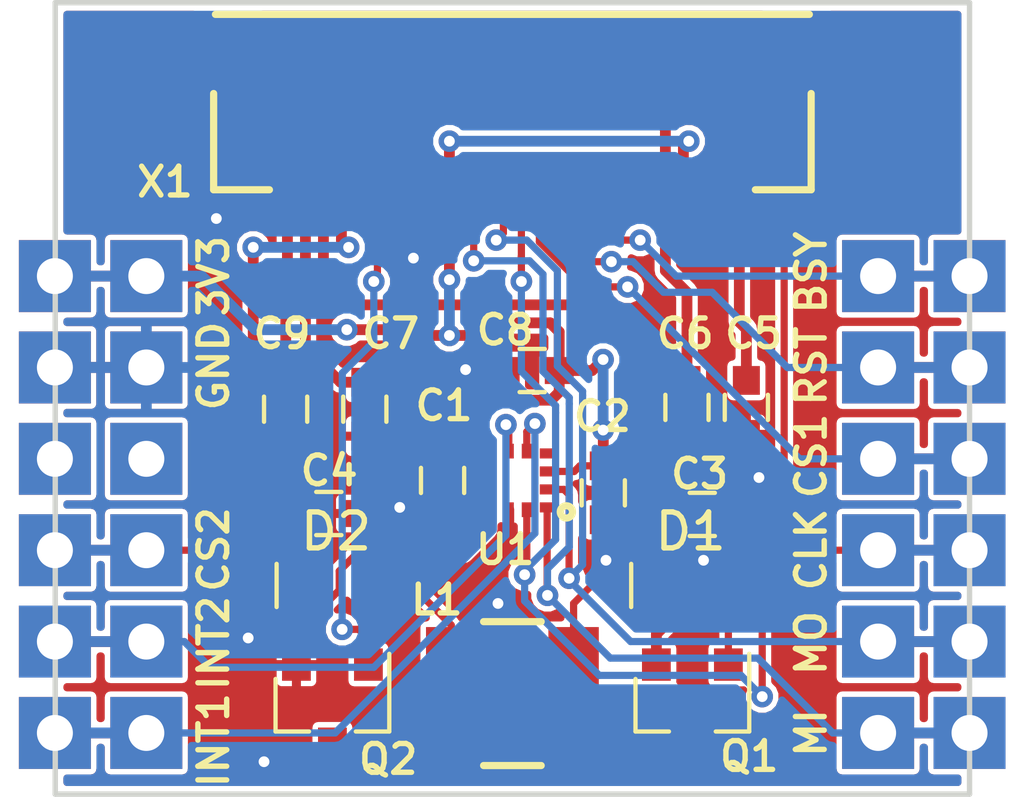
<source format=kicad_pcb>
(kicad_pcb (version 4) (host pcbnew 4.0.6)

  (general
    (links 63)
    (no_connects 0)
    (area 106.650001 84.024999 150.983334 108.235)
    (thickness 1.6)
    (drawings 15)
    (tracks 289)
    (zones 0)
    (modules 20)
    (nets 30)
  )

  (page A4)
  (layers
    (0 F.Cu signal)
    (31 B.Cu signal)
    (32 B.Adhes user)
    (33 F.Adhes user)
    (34 B.Paste user)
    (35 F.Paste user hide)
    (36 B.SilkS user)
    (37 F.SilkS user)
    (38 B.Mask user)
    (39 F.Mask user)
    (40 Dwgs.User user)
    (41 Cmts.User user hide)
    (42 Eco1.User user)
    (43 Eco2.User user hide)
    (44 Edge.Cuts user)
    (45 Margin user)
    (46 B.CrtYd user)
    (47 F.CrtYd user hide)
    (48 B.Fab user)
    (49 F.Fab user hide)
  )

  (setup
    (last_trace_width 0.2)
    (user_trace_width 0.2)
    (user_trace_width 0.3)
    (trace_clearance 0.15)
    (zone_clearance 0.15)
    (zone_45_only yes)
    (trace_min 0.2)
    (segment_width 0.2)
    (edge_width 0.15)
    (via_size 0.6)
    (via_drill 0.3)
    (via_min_size 0.6)
    (via_min_drill 0.25)
    (user_via 0.6 0.3)
    (uvia_size 0.3)
    (uvia_drill 0.1)
    (uvias_allowed no)
    (uvia_min_size 0.2)
    (uvia_min_drill 0.1)
    (pcb_text_width 0.3)
    (pcb_text_size 1.5 1.5)
    (mod_edge_width 0.15)
    (mod_text_size 0.8 0.8)
    (mod_text_width 0.15)
    (pad_size 1.524 1.524)
    (pad_drill 0.762)
    (pad_to_mask_clearance 0.07)
    (aux_axis_origin 122.7 106.1)
    (grid_origin 122.7 106.1)
    (visible_elements 7FFCFFFF)
    (pcbplotparams
      (layerselection 0x010f8_80000001)
      (usegerberextensions true)
      (excludeedgelayer true)
      (linewidth 0.100000)
      (plotframeref false)
      (viasonmask false)
      (mode 1)
      (useauxorigin false)
      (hpglpennumber 1)
      (hpglpenspeed 20)
      (hpglpendiameter 15)
      (hpglpenoverlay 2)
      (psnegative false)
      (psa4output false)
      (plotreference true)
      (plotvalue false)
      (plotinvisibletext false)
      (padsonsilk false)
      (subtractmaskfromsilk false)
      (outputformat 1)
      (mirror false)
      (drillshape 0)
      (scaleselection 1)
      (outputdirectory Gerbers/))
  )

  (net 0 "")
  (net 1 +3V3)
  (net 2 GND)
  (net 3 /VGL)
  (net 4 /VGH)
  (net 5 /VSL)
  (net 6 /VSH)
  (net 7 /VDD)
  (net 8 /TPCOM)
  (net 9 "Net-(D1-Pad1)")
  (net 10 "Net-(D2-Pad2)")
  (net 11 /SPI_MOSI)
  (net 12 /SPI_MISO)
  (net 13 /SPI_CLK)
  (net 14 /SPI_CS1)
  (net 15 /~RST)
  (net 16 /~BUSY)
  (net 17 "Net-(P2-Pad3)")
  (net 18 /SPI_CS2)
  (net 19 /INT2)
  (net 20 /INT1)
  (net 21 "Net-(U1-Pad4)")
  (net 22 /GDR_P)
  (net 23 /GDR_N)
  (net 24 "Net-(P4-Pad3)")
  (net 25 "Net-(X1-Pad6)")
  (net 26 "Net-(X1-Pad7)")
  (net 27 "Net-(X1-Pad8)")
  (net 28 "Net-(X1-Pad9)")
  (net 29 "Net-(X1-Pad16)")

  (net_class Default "This is the default net class."
    (clearance 0.15)
    (trace_width 0.2)
    (via_dia 0.6)
    (via_drill 0.3)
    (uvia_dia 0.3)
    (uvia_drill 0.1)
    (add_net +3V3)
    (add_net /GDR_N)
    (add_net /GDR_P)
    (add_net /INT1)
    (add_net /INT2)
    (add_net /SPI_CLK)
    (add_net /SPI_CS1)
    (add_net /SPI_CS2)
    (add_net /SPI_MISO)
    (add_net /SPI_MOSI)
    (add_net /TPCOM)
    (add_net /VDD)
    (add_net /VGH)
    (add_net /VGL)
    (add_net /VSH)
    (add_net /VSL)
    (add_net /~BUSY)
    (add_net /~RST)
    (add_net GND)
    (add_net "Net-(D1-Pad1)")
    (add_net "Net-(D2-Pad2)")
    (add_net "Net-(P2-Pad3)")
    (add_net "Net-(P4-Pad3)")
    (add_net "Net-(U1-Pad4)")
    (add_net "Net-(X1-Pad16)")
    (add_net "Net-(X1-Pad6)")
    (add_net "Net-(X1-Pad7)")
    (add_net "Net-(X1-Pad8)")
    (add_net "Net-(X1-Pad9)")
  )

  (module Capacitors_SMD:C_0603 (layer F.Cu) (tedit 58B40A45) (tstamp 58A44488)
    (at 133.46 97.38 270)
    (descr "Capacitor SMD 0603, reflow soldering, AVX (see smccp.pdf)")
    (tags "capacitor 0603")
    (path /589E042C)
    (attr smd)
    (fp_text reference C1 (at -2.08 -0.04 360) (layer F.SilkS)
      (effects (font (size 0.8 0.8) (thickness 0.15)))
    )
    (fp_text value 100n (at 0 1.9 270) (layer F.Fab)
      (effects (font (size 1 1) (thickness 0.15)))
    )
    (fp_line (start -0.8 0.4) (end -0.8 -0.4) (layer F.Fab) (width 0.1))
    (fp_line (start 0.8 0.4) (end -0.8 0.4) (layer F.Fab) (width 0.1))
    (fp_line (start 0.8 -0.4) (end 0.8 0.4) (layer F.Fab) (width 0.1))
    (fp_line (start -0.8 -0.4) (end 0.8 -0.4) (layer F.Fab) (width 0.1))
    (fp_line (start -1.45 -0.75) (end 1.45 -0.75) (layer F.CrtYd) (width 0.05))
    (fp_line (start -1.45 0.75) (end 1.45 0.75) (layer F.CrtYd) (width 0.05))
    (fp_line (start -1.45 -0.75) (end -1.45 0.75) (layer F.CrtYd) (width 0.05))
    (fp_line (start 1.45 -0.75) (end 1.45 0.75) (layer F.CrtYd) (width 0.05))
    (fp_line (start -0.35 -0.6) (end 0.35 -0.6) (layer F.SilkS) (width 0.12))
    (fp_line (start 0.35 0.6) (end -0.35 0.6) (layer F.SilkS) (width 0.12))
    (pad 1 smd rect (at -0.75 0 270) (size 0.8 0.75) (layers F.Cu F.Paste F.Mask)
      (net 1 +3V3))
    (pad 2 smd rect (at 0.75 0 270) (size 0.8 0.75) (layers F.Cu F.Paste F.Mask)
      (net 2 GND))
    (model Capacitors_SMD.3dshapes/C_0603.wrl
      (at (xyz 0 0 0))
      (scale (xyz 1 1 1))
      (rotate (xyz 0 0 0))
    )
  )

  (module Capacitors_SMD:C_0603 (layer F.Cu) (tedit 58B40A54) (tstamp 58A44498)
    (at 137.925 97.725 90)
    (descr "Capacitor SMD 0603, reflow soldering, AVX (see smccp.pdf)")
    (tags "capacitor 0603")
    (path /589E02D2)
    (solder_mask_margin 0.07)
    (attr smd)
    (fp_text reference C2 (at 2.125 -0.025 180) (layer F.SilkS)
      (effects (font (size 0.8 0.8) (thickness 0.15)))
    )
    (fp_text value 100n (at 0 1.9 90) (layer F.Fab)
      (effects (font (size 1 1) (thickness 0.15)))
    )
    (fp_line (start -0.8 0.4) (end -0.8 -0.4) (layer F.Fab) (width 0.1))
    (fp_line (start 0.8 0.4) (end -0.8 0.4) (layer F.Fab) (width 0.1))
    (fp_line (start 0.8 -0.4) (end 0.8 0.4) (layer F.Fab) (width 0.1))
    (fp_line (start -0.8 -0.4) (end 0.8 -0.4) (layer F.Fab) (width 0.1))
    (fp_line (start -1.45 -0.75) (end 1.45 -0.75) (layer F.CrtYd) (width 0.05))
    (fp_line (start -1.45 0.75) (end 1.45 0.75) (layer F.CrtYd) (width 0.05))
    (fp_line (start -1.45 -0.75) (end -1.45 0.75) (layer F.CrtYd) (width 0.05))
    (fp_line (start 1.45 -0.75) (end 1.45 0.75) (layer F.CrtYd) (width 0.05))
    (fp_line (start -0.35 -0.6) (end 0.35 -0.6) (layer F.SilkS) (width 0.12))
    (fp_line (start 0.35 0.6) (end -0.35 0.6) (layer F.SilkS) (width 0.12))
    (pad 1 smd rect (at -0.75 0 90) (size 0.8 0.75) (layers F.Cu F.Paste F.Mask)
      (net 2 GND))
    (pad 2 smd rect (at 0.75 0 90) (size 0.8 0.75) (layers F.Cu F.Paste F.Mask)
      (net 1 +3V3))
    (model Capacitors_SMD.3dshapes/C_0603.wrl
      (at (xyz 0 0 0))
      (scale (xyz 1 1 1))
      (rotate (xyz 0 0 0))
    )
  )

  (module Capacitors_SMD:C_0603 (layer F.Cu) (tedit 58C2BB25) (tstamp 58A444A8)
    (at 140.675 98.325 180)
    (descr "Capacitor SMD 0603, reflow soldering, AVX (see smccp.pdf)")
    (tags "capacitor 0603")
    (path /589D9303)
    (attr smd)
    (fp_text reference C3 (at 0.075 1.125 180) (layer F.SilkS)
      (effects (font (size 0.8 0.8) (thickness 0.15)))
    )
    (fp_text value 2µ2 (at 0 1.9 180) (layer F.Fab)
      (effects (font (size 1 1) (thickness 0.15)))
    )
    (fp_line (start -0.8 0.4) (end -0.8 -0.4) (layer F.Fab) (width 0.1))
    (fp_line (start 0.8 0.4) (end -0.8 0.4) (layer F.Fab) (width 0.1))
    (fp_line (start 0.8 -0.4) (end 0.8 0.4) (layer F.Fab) (width 0.1))
    (fp_line (start -0.8 -0.4) (end 0.8 -0.4) (layer F.Fab) (width 0.1))
    (fp_line (start -1.45 -0.75) (end 1.45 -0.75) (layer F.CrtYd) (width 0.05))
    (fp_line (start -1.45 0.75) (end 1.45 0.75) (layer F.CrtYd) (width 0.05))
    (fp_line (start -1.45 -0.75) (end -1.45 0.75) (layer F.CrtYd) (width 0.05))
    (fp_line (start 1.45 -0.75) (end 1.45 0.75) (layer F.CrtYd) (width 0.05))
    (fp_line (start -0.35 -0.6) (end 0.35 -0.6) (layer F.SilkS) (width 0.12))
    (fp_line (start 0.35 0.6) (end -0.35 0.6) (layer F.SilkS) (width 0.12))
    (pad 1 smd rect (at -0.75 0 180) (size 0.8 0.75) (layers F.Cu F.Paste F.Mask)
      (net 3 /VGL))
    (pad 2 smd rect (at 0.75 0 180) (size 0.8 0.75) (layers F.Cu F.Paste F.Mask)
      (net 2 GND))
    (model Capacitors_SMD.3dshapes/C_0603.wrl
      (at (xyz 0 0 0))
      (scale (xyz 1 1 1))
      (rotate (xyz 0 0 0))
    )
  )

  (module Capacitors_SMD:C_0603 (layer F.Cu) (tedit 58C6A1A7) (tstamp 58A444B8)
    (at 130.3 98.3 180)
    (descr "Capacitor SMD 0603, reflow soldering, AVX (see smccp.pdf)")
    (tags "capacitor 0603")
    (path /589DA3B4)
    (solder_mask_margin 0.07)
    (attr smd)
    (fp_text reference C4 (at -0.01 1.19 180) (layer F.SilkS)
      (effects (font (size 0.8 0.8) (thickness 0.15)))
    )
    (fp_text value 2µ2 (at 0 1.9 180) (layer F.Fab)
      (effects (font (size 1 1) (thickness 0.15)))
    )
    (fp_line (start -0.8 0.4) (end -0.8 -0.4) (layer F.Fab) (width 0.1))
    (fp_line (start 0.8 0.4) (end -0.8 0.4) (layer F.Fab) (width 0.1))
    (fp_line (start 0.8 -0.4) (end 0.8 0.4) (layer F.Fab) (width 0.1))
    (fp_line (start -0.8 -0.4) (end 0.8 -0.4) (layer F.Fab) (width 0.1))
    (fp_line (start -1.45 -0.75) (end 1.45 -0.75) (layer F.CrtYd) (width 0.05))
    (fp_line (start -1.45 0.75) (end 1.45 0.75) (layer F.CrtYd) (width 0.05))
    (fp_line (start -1.45 -0.75) (end -1.45 0.75) (layer F.CrtYd) (width 0.05))
    (fp_line (start 1.45 -0.75) (end 1.45 0.75) (layer F.CrtYd) (width 0.05))
    (fp_line (start -0.35 -0.6) (end 0.35 -0.6) (layer F.SilkS) (width 0.12))
    (fp_line (start 0.35 0.6) (end -0.35 0.6) (layer F.SilkS) (width 0.12))
    (pad 1 smd rect (at -0.75 0 180) (size 0.8 0.75) (layers F.Cu F.Paste F.Mask)
      (net 2 GND))
    (pad 2 smd rect (at 0.75 0 180) (size 0.8 0.75) (layers F.Cu F.Paste F.Mask)
      (net 4 /VGH))
    (model Capacitors_SMD.3dshapes/C_0603.wrl
      (at (xyz 0 0 0))
      (scale (xyz 1 1 1))
      (rotate (xyz 0 0 0))
    )
  )

  (module Capacitors_SMD:C_0603 (layer F.Cu) (tedit 58B40A7C) (tstamp 58A444C8)
    (at 141.9 95.35 270)
    (descr "Capacitor SMD 0603, reflow soldering, AVX (see smccp.pdf)")
    (tags "capacitor 0603")
    (path /589D9410)
    (attr smd)
    (fp_text reference C5 (at -2.05 -0.2 360) (layer F.SilkS)
      (effects (font (size 0.8 0.8) (thickness 0.15)))
    )
    (fp_text value 100n (at 0 1.9 270) (layer F.Fab)
      (effects (font (size 1 1) (thickness 0.15)))
    )
    (fp_line (start -0.8 0.4) (end -0.8 -0.4) (layer F.Fab) (width 0.1))
    (fp_line (start 0.8 0.4) (end -0.8 0.4) (layer F.Fab) (width 0.1))
    (fp_line (start 0.8 -0.4) (end 0.8 0.4) (layer F.Fab) (width 0.1))
    (fp_line (start -0.8 -0.4) (end 0.8 -0.4) (layer F.Fab) (width 0.1))
    (fp_line (start -1.45 -0.75) (end 1.45 -0.75) (layer F.CrtYd) (width 0.05))
    (fp_line (start -1.45 0.75) (end 1.45 0.75) (layer F.CrtYd) (width 0.05))
    (fp_line (start -1.45 -0.75) (end -1.45 0.75) (layer F.CrtYd) (width 0.05))
    (fp_line (start 1.45 -0.75) (end 1.45 0.75) (layer F.CrtYd) (width 0.05))
    (fp_line (start -0.35 -0.6) (end 0.35 -0.6) (layer F.SilkS) (width 0.12))
    (fp_line (start 0.35 0.6) (end -0.35 0.6) (layer F.SilkS) (width 0.12))
    (pad 1 smd rect (at -0.75 0 270) (size 0.8 0.75) (layers F.Cu F.Paste F.Mask)
      (net 8 /TPCOM))
    (pad 2 smd rect (at 0.75 0 270) (size 0.8 0.75) (layers F.Cu F.Paste F.Mask)
      (net 2 GND))
    (model Capacitors_SMD.3dshapes/C_0603.wrl
      (at (xyz 0 0 0))
      (scale (xyz 1 1 1))
      (rotate (xyz 0 0 0))
    )
  )

  (module Capacitors_SMD:C_0603 (layer F.Cu) (tedit 58B40A74) (tstamp 58A444D8)
    (at 140.25 95.35 270)
    (descr "Capacitor SMD 0603, reflow soldering, AVX (see smccp.pdf)")
    (tags "capacitor 0603")
    (path /589D9CAA)
    (solder_mask_margin 0.07)
    (attr smd)
    (fp_text reference C6 (at -2.05 0.05 360) (layer F.SilkS)
      (effects (font (size 0.8 0.8) (thickness 0.15)))
    )
    (fp_text value 1µ (at 0 1.9 270) (layer F.Fab)
      (effects (font (size 1 1) (thickness 0.15)))
    )
    (fp_line (start -0.8 0.4) (end -0.8 -0.4) (layer F.Fab) (width 0.1))
    (fp_line (start 0.8 0.4) (end -0.8 0.4) (layer F.Fab) (width 0.1))
    (fp_line (start 0.8 -0.4) (end 0.8 0.4) (layer F.Fab) (width 0.1))
    (fp_line (start -0.8 -0.4) (end 0.8 -0.4) (layer F.Fab) (width 0.1))
    (fp_line (start -1.45 -0.75) (end 1.45 -0.75) (layer F.CrtYd) (width 0.05))
    (fp_line (start -1.45 0.75) (end 1.45 0.75) (layer F.CrtYd) (width 0.05))
    (fp_line (start -1.45 -0.75) (end -1.45 0.75) (layer F.CrtYd) (width 0.05))
    (fp_line (start 1.45 -0.75) (end 1.45 0.75) (layer F.CrtYd) (width 0.05))
    (fp_line (start -0.35 -0.6) (end 0.35 -0.6) (layer F.SilkS) (width 0.12))
    (fp_line (start 0.35 0.6) (end -0.35 0.6) (layer F.SilkS) (width 0.12))
    (pad 1 smd rect (at -0.75 0 270) (size 0.8 0.75) (layers F.Cu F.Paste F.Mask)
      (net 7 /VDD))
    (pad 2 smd rect (at 0.75 0 270) (size 0.8 0.75) (layers F.Cu F.Paste F.Mask)
      (net 2 GND))
    (model Capacitors_SMD.3dshapes/C_0603.wrl
      (at (xyz 0 0 0))
      (scale (xyz 1 1 1))
      (rotate (xyz 0 0 0))
    )
  )

  (module Capacitors_SMD:C_0603 (layer F.Cu) (tedit 58C6A19F) (tstamp 58A444E8)
    (at 131.3 95.4 270)
    (descr "Capacitor SMD 0603, reflow soldering, AVX (see smccp.pdf)")
    (tags "capacitor 0603")
    (path /589D9DFE)
    (attr smd)
    (fp_text reference C7 (at -2.1 -0.72 540) (layer F.SilkS)
      (effects (font (size 0.8 0.8) (thickness 0.15)))
    )
    (fp_text value 1µ (at 0 1.9 270) (layer F.Fab)
      (effects (font (size 1 1) (thickness 0.15)))
    )
    (fp_line (start -0.8 0.4) (end -0.8 -0.4) (layer F.Fab) (width 0.1))
    (fp_line (start 0.8 0.4) (end -0.8 0.4) (layer F.Fab) (width 0.1))
    (fp_line (start 0.8 -0.4) (end 0.8 0.4) (layer F.Fab) (width 0.1))
    (fp_line (start -0.8 -0.4) (end 0.8 -0.4) (layer F.Fab) (width 0.1))
    (fp_line (start -1.45 -0.75) (end 1.45 -0.75) (layer F.CrtYd) (width 0.05))
    (fp_line (start -1.45 0.75) (end 1.45 0.75) (layer F.CrtYd) (width 0.05))
    (fp_line (start -1.45 -0.75) (end -1.45 0.75) (layer F.CrtYd) (width 0.05))
    (fp_line (start 1.45 -0.75) (end 1.45 0.75) (layer F.CrtYd) (width 0.05))
    (fp_line (start -0.35 -0.6) (end 0.35 -0.6) (layer F.SilkS) (width 0.12))
    (fp_line (start 0.35 0.6) (end -0.35 0.6) (layer F.SilkS) (width 0.12))
    (pad 1 smd rect (at -0.75 0 270) (size 0.8 0.75) (layers F.Cu F.Paste F.Mask)
      (net 6 /VSH))
    (pad 2 smd rect (at 0.75 0 270) (size 0.8 0.75) (layers F.Cu F.Paste F.Mask)
      (net 2 GND))
    (model Capacitors_SMD.3dshapes/C_0603.wrl
      (at (xyz 0 0 0))
      (scale (xyz 1 1 1))
      (rotate (xyz 0 0 0))
    )
  )

  (module Capacitors_SMD:C_0603 (layer F.Cu) (tedit 58B42438) (tstamp 58A444F8)
    (at 135.95 94.325 180)
    (descr "Capacitor SMD 0603, reflow soldering, AVX (see smccp.pdf)")
    (tags "capacitor 0603")
    (path /589D9F16)
    (solder_mask_margin 0.07)
    (attr smd)
    (fp_text reference C8 (at 0.75 1.125 180) (layer F.SilkS)
      (effects (font (size 0.8 0.8) (thickness 0.15)))
    )
    (fp_text value 1µ (at 0 1.9 180) (layer F.Fab)
      (effects (font (size 1 1) (thickness 0.15)))
    )
    (fp_line (start -0.8 0.4) (end -0.8 -0.4) (layer F.Fab) (width 0.1))
    (fp_line (start 0.8 0.4) (end -0.8 0.4) (layer F.Fab) (width 0.1))
    (fp_line (start 0.8 -0.4) (end 0.8 0.4) (layer F.Fab) (width 0.1))
    (fp_line (start -0.8 -0.4) (end 0.8 -0.4) (layer F.Fab) (width 0.1))
    (fp_line (start -1.45 -0.75) (end 1.45 -0.75) (layer F.CrtYd) (width 0.05))
    (fp_line (start -1.45 0.75) (end 1.45 0.75) (layer F.CrtYd) (width 0.05))
    (fp_line (start -1.45 -0.75) (end -1.45 0.75) (layer F.CrtYd) (width 0.05))
    (fp_line (start 1.45 -0.75) (end 1.45 0.75) (layer F.CrtYd) (width 0.05))
    (fp_line (start -0.35 -0.6) (end 0.35 -0.6) (layer F.SilkS) (width 0.12))
    (fp_line (start 0.35 0.6) (end -0.35 0.6) (layer F.SilkS) (width 0.12))
    (pad 1 smd rect (at -0.75 0 180) (size 0.8 0.75) (layers F.Cu F.Paste F.Mask)
      (net 1 +3V3))
    (pad 2 smd rect (at 0.75 0 180) (size 0.8 0.75) (layers F.Cu F.Paste F.Mask)
      (net 2 GND))
    (model Capacitors_SMD.3dshapes/C_0603.wrl
      (at (xyz 0 0 0))
      (scale (xyz 1 1 1))
      (rotate (xyz 0 0 0))
    )
  )

  (module Capacitors_SMD:C_0603 (layer F.Cu) (tedit 58B40A9C) (tstamp 58A44508)
    (at 129.1 95.4 270)
    (descr "Capacitor SMD 0603, reflow soldering, AVX (see smccp.pdf)")
    (tags "capacitor 0603")
    (path /589D9F41)
    (solder_mask_margin 0.07)
    (attr smd)
    (fp_text reference C9 (at -2.1 0.1 360) (layer F.SilkS)
      (effects (font (size 0.8 0.8) (thickness 0.15)))
    )
    (fp_text value 1µ (at 0 1.9 270) (layer F.Fab)
      (effects (font (size 1 1) (thickness 0.15)))
    )
    (fp_line (start -0.8 0.4) (end -0.8 -0.4) (layer F.Fab) (width 0.1))
    (fp_line (start 0.8 0.4) (end -0.8 0.4) (layer F.Fab) (width 0.1))
    (fp_line (start 0.8 -0.4) (end 0.8 0.4) (layer F.Fab) (width 0.1))
    (fp_line (start -0.8 -0.4) (end 0.8 -0.4) (layer F.Fab) (width 0.1))
    (fp_line (start -1.45 -0.75) (end 1.45 -0.75) (layer F.CrtYd) (width 0.05))
    (fp_line (start -1.45 0.75) (end 1.45 0.75) (layer F.CrtYd) (width 0.05))
    (fp_line (start -1.45 -0.75) (end -1.45 0.75) (layer F.CrtYd) (width 0.05))
    (fp_line (start 1.45 -0.75) (end 1.45 0.75) (layer F.CrtYd) (width 0.05))
    (fp_line (start -0.35 -0.6) (end 0.35 -0.6) (layer F.SilkS) (width 0.12))
    (fp_line (start 0.35 0.6) (end -0.35 0.6) (layer F.SilkS) (width 0.12))
    (pad 1 smd rect (at -0.75 0 270) (size 0.8 0.75) (layers F.Cu F.Paste F.Mask)
      (net 5 /VSL))
    (pad 2 smd rect (at 0.75 0 270) (size 0.8 0.75) (layers F.Cu F.Paste F.Mask)
      (net 2 GND))
    (model Capacitors_SMD.3dshapes/C_0603.wrl
      (at (xyz 0 0 0))
      (scale (xyz 1 1 1))
      (rotate (xyz 0 0 0))
    )
  )

  (module Paperino:XF2M-2615-1A locked (layer F.Cu) (tedit 58A6E950) (tstamp 58A445AB)
    (at 135.4 89.3 180)
    (path /589D8868)
    (solder_mask_margin 0.07)
    (fp_text reference X1 (at 9.652 0.218 180) (layer F.SilkS)
      (effects (font (size 0.8 0.8) (thickness 0.15)))
    )
    (fp_text value XF2M-2615-1A (at 21.4 -0.7 180) (layer F.Fab)
      (effects (font (size 1.2 1.2) (thickness 0.15)))
    )
    (fp_line (start -8.25 4.875) (end 8.25 4.875) (layer F.SilkS) (width 0.2))
    (fp_line (start 8.3 0) (end 8.3 2.675) (layer F.SilkS) (width 0.2))
    (fp_line (start 6.75 0) (end 8.3 0) (layer F.SilkS) (width 0.2))
    (fp_line (start -8.3 0) (end -8.3 2.675) (layer F.SilkS) (width 0.2))
    (fp_line (start -6.75 0) (end -8.3 0) (layer F.SilkS) (width 0.2))
    (pad 1 smd rect (at -6.25 0 180) (size 0.3 1.3) (layers F.Cu F.Paste F.Mask)
      (net 8 /TPCOM))
    (pad 2 smd rect (at -5.75 0 180) (size 0.3 1.3) (layers F.Cu F.Paste F.Mask)
      (net 2 GND))
    (pad 3 smd rect (at -5.25 0 180) (size 0.3 1.3) (layers F.Cu F.Paste F.Mask)
      (net 2 GND))
    (pad 4 smd rect (at -4.75 0 180) (size 0.3 1.3) (layers F.Cu F.Paste F.Mask)
      (net 1 +3V3))
    (pad 5 smd rect (at -4.25 0 180) (size 0.3 1.3) (layers F.Cu F.Paste F.Mask)
      (net 7 /VDD))
    (pad 6 smd rect (at -3.75 0 180) (size 0.3 1.3) (layers F.Cu F.Paste F.Mask)
      (net 25 "Net-(X1-Pad6)"))
    (pad 7 smd rect (at -3.25 0 180) (size 0.3 1.3) (layers F.Cu F.Paste F.Mask)
      (net 26 "Net-(X1-Pad7)"))
    (pad 8 smd rect (at -2.75 0 180) (size 0.3 1.3) (layers F.Cu F.Paste F.Mask)
      (net 27 "Net-(X1-Pad8)"))
    (pad 9 smd rect (at -2.25 0 180) (size 0.3 1.3) (layers F.Cu F.Paste F.Mask)
      (net 28 "Net-(X1-Pad9)"))
    (pad 10 smd rect (at -1.75 0 180) (size 0.3 1.3) (layers F.Cu F.Paste F.Mask)
      (net 16 /~BUSY))
    (pad 11 smd rect (at -1.25 0 180) (size 0.3 1.3) (layers F.Cu F.Paste F.Mask)
      (net 15 /~RST))
    (pad 12 smd rect (at -0.75 0 180) (size 0.3 1.3) (layers F.Cu F.Paste F.Mask)
      (net 14 /SPI_CS1))
    (pad 13 smd rect (at -0.25 0 180) (size 0.3 1.3) (layers F.Cu F.Paste F.Mask)
      (net 13 /SPI_CLK))
    (pad 14 smd rect (at 0.25 0 180) (size 0.3 1.3) (layers F.Cu F.Paste F.Mask)
      (net 11 /SPI_MOSI))
    (pad 15 smd rect (at 0.75 0 180) (size 0.3 1.3) (layers F.Cu F.Paste F.Mask)
      (net 12 /SPI_MISO))
    (pad 16 smd rect (at 1.25 0 180) (size 0.3 1.3) (layers F.Cu F.Paste F.Mask)
      (net 29 "Net-(X1-Pad16)"))
    (pad 17 smd rect (at 1.75 0 180) (size 0.3 1.3) (layers F.Cu F.Paste F.Mask)
      (net 1 +3V3))
    (pad 18 smd rect (at 2.25 0 180) (size 0.3 1.3) (layers F.Cu F.Paste F.Mask)
      (net 1 +3V3))
    (pad 19 smd rect (at 2.75 0 180) (size 0.3 1.3) (layers F.Cu F.Paste F.Mask)
      (net 7 /VDD))
    (pad 20 smd rect (at 3.25 0 180) (size 0.3 1.3) (layers F.Cu F.Paste F.Mask)
      (net 2 GND))
    (pad 21 smd rect (at 3.75 0 180) (size 0.3 1.3) (layers F.Cu F.Paste F.Mask)
      (net 23 /GDR_N))
    (pad 22 smd rect (at 4.25 0 180) (size 0.3 1.3) (layers F.Cu F.Paste F.Mask)
      (net 22 /GDR_P))
    (pad 23 smd rect (at 4.75 0 180) (size 0.3 1.3) (layers F.Cu F.Paste F.Mask)
      (net 4 /VGH))
    (pad 24 smd rect (at 5.25 0 180) (size 0.3 1.3) (layers F.Cu F.Paste F.Mask)
      (net 3 /VGL))
    (pad 25 smd rect (at 5.75 0 180) (size 0.3 1.3) (layers F.Cu F.Paste F.Mask)
      (net 6 /VSH))
    (pad 26 smd rect (at 6.25 0 180) (size 0.3 1.3) (layers F.Cu F.Paste F.Mask)
      (net 5 /VSL))
    (pad 0 smd rect (at -7.9 3.9 180) (size 1.7 1.5) (layers F.Cu F.Paste F.Mask))
    (pad 0 smd rect (at 7.9 3.9 180) (size 1.7 1.5) (layers F.Cu F.Paste F.Mask))
  )

  (module Paperino:LGA-12-2x2x0.95 (layer F.Cu) (tedit 58B4243F) (tstamp 58A44586)
    (at 135.55 97.38 180)
    (path /589DFD89)
    (solder_mask_margin 0.07)
    (fp_text reference U1 (at 0.35 -1.92 180) (layer F.SilkS)
      (effects (font (size 0.8 0.8) (thickness 0.15)))
    )
    (fp_text value BMA250E (at 0.175 2.25 180) (layer F.Fab)
      (effects (font (size 1 1) (thickness 0.15)))
    )
    (fp_line (start -1.25 -1.25) (end 1.25 -1.25) (layer F.CrtYd) (width 0.05))
    (fp_line (start 1.25 -1.25) (end 1.25 1.25) (layer F.CrtYd) (width 0.05))
    (fp_line (start 1.25 1.25) (end -1.25 1.25) (layer F.CrtYd) (width 0.05))
    (fp_line (start -1.25 1.25) (end -1.25 -1.25) (layer F.CrtYd) (width 0.05))
    (fp_circle (center -1.35 -0.875) (end -1.3 -0.925) (layer F.SilkS) (width 0.2))
    (pad 6 smd rect (at 0.25 0.815 270) (size 0.41 0.28) (layers F.Cu F.Paste F.Mask)
      (net 19 /INT2))
    (pad 1 smd rect (at -0.815 -0.75 180) (size 0.41 0.28) (layers F.Cu F.Paste F.Mask)
      (net 12 /SPI_MISO))
    (pad 2 smd rect (at -0.815 -0.25 180) (size 0.41 0.28) (layers F.Cu F.Paste F.Mask)
      (net 11 /SPI_MOSI))
    (pad 3 smd rect (at -0.815 0.25 180) (size 0.41 0.28) (layers F.Cu F.Paste F.Mask)
      (net 1 +3V3))
    (pad 4 smd rect (at -0.815 0.75 180) (size 0.41 0.28) (layers F.Cu F.Paste F.Mask)
      (net 21 "Net-(U1-Pad4)"))
    (pad 7 smd rect (at 0.815 0.75 180) (size 0.41 0.28) (layers F.Cu F.Paste F.Mask)
      (net 1 +3V3))
    (pad 8 smd rect (at 0.815 0.25 180) (size 0.41 0.28) (layers F.Cu F.Paste F.Mask)
      (net 2 GND))
    (pad 9 smd rect (at 0.815 -0.25 180) (size 0.41 0.28) (layers F.Cu F.Paste F.Mask)
      (net 2 GND))
    (pad 10 smd rect (at 0.815 -0.75 180) (size 0.41 0.28) (layers F.Cu F.Paste F.Mask)
      (net 18 /SPI_CS2))
    (pad 5 smd rect (at -0.25 0.815 270) (size 0.41 0.28) (layers F.Cu F.Paste F.Mask)
      (net 20 /INT1))
    (pad 11 smd rect (at 0.25 -0.815 270) (size 0.41 0.28) (layers F.Cu F.Paste F.Mask)
      (net 2 GND))
    (pad 12 smd rect (at -0.25 -0.815 270) (size 0.41 0.28) (layers F.Cu F.Paste F.Mask)
      (net 13 /SPI_CLK))
  )

  (module Paperino:NR4018T470M (layer F.Cu) (tedit 58B42441) (tstamp 58A4453E)
    (at 135.4 103.306 180)
    (path /589DD1F6)
    (solder_mask_margin 0.07)
    (fp_text reference L1 (at 2.1 2.606 180) (layer F.SilkS)
      (effects (font (size 0.8 0.8) (thickness 0.15)))
    )
    (fp_text value 47µ (at 0 3.4 180) (layer F.Fab)
      (effects (font (size 1 1) (thickness 0.15)))
    )
    (fp_line (start -2.9 2.35) (end -2.9 -2.35) (layer F.CrtYd) (width 0.05))
    (fp_line (start 2.9 2.35) (end 2.9 -2.35) (layer F.CrtYd) (width 0.05))
    (fp_line (start -2.9 -2.35) (end 2.9 -2.35) (layer F.CrtYd) (width 0.05))
    (fp_line (start -2.9 2.35) (end 2.9 2.35) (layer F.CrtYd) (width 0.05))
    (fp_line (start -0.8 2) (end 0.8 2) (layer F.SilkS) (width 0.2))
    (fp_line (start -0.8 -2) (end 0.8 -2) (layer F.SilkS) (width 0.2))
    (pad 1 smd rect (at -1.7 0 180) (size 1.4 3.7) (layers F.Cu F.Paste F.Mask)
      (net 9 "Net-(D1-Pad1)"))
    (pad 2 smd rect (at 1.7 0 180) (size 1.4 3.7) (layers F.Cu F.Paste F.Mask)
      (net 10 "Net-(D2-Pad2)"))
  )

  (module Paperino:1x6_header (layer F.Cu) (tedit 58A6E960) (tstamp 58A44552)
    (at 125.23 91.7)
    (path /589E7A45)
    (solder_mask_margin 0.07)
    (fp_text reference P2 (at 0.01 15.67) (layer F.SilkS) hide
      (effects (font (size 0.8 0.8) (thickness 0.15)))
    )
    (fp_text value CONN_01X06 (at 0 15.24) (layer F.Fab)
      (effects (font (size 1 1) (thickness 0.15)))
    )
    (fp_line (start -1.5 14.35) (end -1.5 -1.65) (layer F.CrtYd) (width 0.05))
    (fp_line (start 1.5 14.35) (end 1.5 -1.65) (layer F.CrtYd) (width 0.05))
    (fp_line (start 1.5 -1.65) (end -1.5 -1.65) (layer F.CrtYd) (width 0.05))
    (fp_line (start 1.5 14.35) (end -1.5 14.35) (layer F.CrtYd) (width 0.05))
    (pad 1 thru_hole rect (at 0 0) (size 2 2) (drill 1) (layers *.Cu *.Mask)
      (net 1 +3V3))
    (pad 2 thru_hole rect (at 0 2.54) (size 2 2) (drill 1) (layers *.Cu *.Mask)
      (net 2 GND))
    (pad 3 thru_hole rect (at 0 5.08) (size 2 2) (drill 1) (layers *.Cu *.Mask)
      (net 17 "Net-(P2-Pad3)"))
    (pad 4 thru_hole rect (at 0 7.62) (size 2 2) (drill 1) (layers *.Cu *.Mask)
      (net 18 /SPI_CS2))
    (pad 5 thru_hole rect (at 0 10.16) (size 2 2) (drill 1) (layers *.Cu *.Mask)
      (net 19 /INT2))
    (pad 6 thru_hole rect (at 0 12.7) (size 2 2) (drill 1) (layers *.Cu *.Mask)
      (net 20 /INT1))
  )

  (module Paperino:1x6_header (layer F.Cu) (tedit 58A6E982) (tstamp 58A44548)
    (at 145.56 104.4 180)
    (path /589E79B9)
    (solder_mask_margin 0.07)
    (fp_text reference P1 (at 0 -2.97 180) (layer F.SilkS) hide
      (effects (font (size 0.8 0.8) (thickness 0.15)))
    )
    (fp_text value CONN_01X06 (at 0 -2.716 180) (layer F.Fab)
      (effects (font (size 1 1) (thickness 0.15)))
    )
    (fp_line (start -1.5 14.35) (end -1.5 -1.65) (layer F.CrtYd) (width 0.05))
    (fp_line (start 1.5 14.35) (end 1.5 -1.65) (layer F.CrtYd) (width 0.05))
    (fp_line (start 1.5 -1.65) (end -1.5 -1.65) (layer F.CrtYd) (width 0.05))
    (fp_line (start 1.5 14.35) (end -1.5 14.35) (layer F.CrtYd) (width 0.05))
    (pad 1 thru_hole rect (at 0 0 180) (size 2 2) (drill 1) (layers *.Cu *.Mask)
      (net 12 /SPI_MISO))
    (pad 2 thru_hole rect (at 0 2.54 180) (size 2 2) (drill 1) (layers *.Cu *.Mask)
      (net 11 /SPI_MOSI))
    (pad 3 thru_hole rect (at 0 5.08 180) (size 2 2) (drill 1) (layers *.Cu *.Mask)
      (net 13 /SPI_CLK))
    (pad 4 thru_hole rect (at 0 7.62 180) (size 2 2) (drill 1) (layers *.Cu *.Mask)
      (net 14 /SPI_CS1))
    (pad 5 thru_hole rect (at 0 10.16 180) (size 2 2) (drill 1) (layers *.Cu *.Mask)
      (net 15 /~RST))
    (pad 6 thru_hole rect (at 0 12.7 180) (size 2 2) (drill 1) (layers *.Cu *.Mask)
      (net 16 /~BUSY))
  )

  (module Paperino:1x6_header (layer F.Cu) (tedit 58A6E985) (tstamp 58A6E930)
    (at 148.1 104.4 180)
    (path /58A6EC07)
    (fp_text reference P3 (at 0 -2.54 180) (layer F.SilkS) hide
      (effects (font (size 0.8 0.8) (thickness 0.15)))
    )
    (fp_text value CONN_01X06 (at 2.1 -2.6 180) (layer F.Fab)
      (effects (font (size 1 1) (thickness 0.15)))
    )
    (fp_line (start -1.5 14.35) (end -1.5 -1.65) (layer F.CrtYd) (width 0.05))
    (fp_line (start 1.5 14.35) (end 1.5 -1.65) (layer F.CrtYd) (width 0.05))
    (fp_line (start 1.5 -1.65) (end -1.5 -1.65) (layer F.CrtYd) (width 0.05))
    (fp_line (start 1.5 14.35) (end -1.5 14.35) (layer F.CrtYd) (width 0.05))
    (pad 1 thru_hole rect (at 0 0 180) (size 2 2) (drill 1) (layers *.Cu *.Mask)
      (net 12 /SPI_MISO))
    (pad 2 thru_hole rect (at 0 2.54 180) (size 2 2) (drill 1) (layers *.Cu *.Mask)
      (net 11 /SPI_MOSI))
    (pad 3 thru_hole rect (at 0 5.08 180) (size 2 2) (drill 1) (layers *.Cu *.Mask)
      (net 13 /SPI_CLK))
    (pad 4 thru_hole rect (at 0 7.62 180) (size 2 2) (drill 1) (layers *.Cu *.Mask)
      (net 14 /SPI_CS1))
    (pad 5 thru_hole rect (at 0 10.16 180) (size 2 2) (drill 1) (layers *.Cu *.Mask)
      (net 15 /~RST))
    (pad 6 thru_hole rect (at 0 12.7 180) (size 2 2) (drill 1) (layers *.Cu *.Mask)
      (net 16 /~BUSY))
  )

  (module Paperino:1x6_header (layer F.Cu) (tedit 58A6E964) (tstamp 58A6E93E)
    (at 122.69 91.7)
    (path /58A6EEF6)
    (fp_text reference P4 (at -1.69 15.3) (layer F.SilkS) hide
      (effects (font (size 0.8 0.8) (thickness 0.15)))
    )
    (fp_text value CONN_01X06 (at 0 15.24) (layer F.Fab) hide
      (effects (font (size 1 1) (thickness 0.15)))
    )
    (fp_line (start -1.5 14.35) (end -1.5 -1.65) (layer F.CrtYd) (width 0.05))
    (fp_line (start 1.5 14.35) (end 1.5 -1.65) (layer F.CrtYd) (width 0.05))
    (fp_line (start 1.5 -1.65) (end -1.5 -1.65) (layer F.CrtYd) (width 0.05))
    (fp_line (start 1.5 14.35) (end -1.5 14.35) (layer F.CrtYd) (width 0.05))
    (pad 1 thru_hole rect (at 0 0) (size 2 2) (drill 1) (layers *.Cu *.Mask)
      (net 1 +3V3))
    (pad 2 thru_hole rect (at 0 2.54) (size 2 2) (drill 1) (layers *.Cu *.Mask)
      (net 2 GND))
    (pad 3 thru_hole rect (at 0 5.08) (size 2 2) (drill 1) (layers *.Cu *.Mask)
      (net 24 "Net-(P4-Pad3)"))
    (pad 4 thru_hole rect (at 0 7.62) (size 2 2) (drill 1) (layers *.Cu *.Mask)
      (net 18 /SPI_CS2))
    (pad 5 thru_hole rect (at 0 10.16) (size 2 2) (drill 1) (layers *.Cu *.Mask)
      (net 19 /INT2))
    (pad 6 thru_hole rect (at 0 12.7) (size 2 2) (drill 1) (layers *.Cu *.Mask)
      (net 20 /INT1))
  )

  (module Paperino:SOT-23 (layer F.Cu) (tedit 58C6A15F) (tstamp 58C69DB8)
    (at 140.4 103.6 270)
    (descr "SOT-23, Standard")
    (tags SOT-23)
    (path /589DE096)
    (attr smd)
    (fp_text reference Q1 (at 1.45 -1.58 360) (layer F.SilkS)
      (effects (font (size 0.8 0.8) (thickness 0.15)))
    )
    (fp_text value PMOS (at 0 2.5 270) (layer F.Fab)
      (effects (font (size 1 1) (thickness 0.15)))
    )
    (fp_line (start -0.7 -0.95) (end -0.7 1.5) (layer F.Fab) (width 0.1))
    (fp_line (start -0.15 -1.52) (end 0.7 -1.52) (layer F.Fab) (width 0.1))
    (fp_line (start -0.7 -0.95) (end -0.15 -1.52) (layer F.Fab) (width 0.1))
    (fp_line (start 0.7 -1.52) (end 0.7 1.52) (layer F.Fab) (width 0.1))
    (fp_line (start -0.7 1.52) (end 0.7 1.52) (layer F.Fab) (width 0.1))
    (fp_line (start 0.76 1.58) (end 0.76 0.65) (layer F.SilkS) (width 0.12))
    (fp_line (start 0.76 -1.58) (end 0.76 -0.65) (layer F.SilkS) (width 0.12))
    (fp_line (start -1.7 -1.75) (end 1.7 -1.75) (layer F.CrtYd) (width 0.05))
    (fp_line (start 1.7 -1.75) (end 1.7 1.75) (layer F.CrtYd) (width 0.05))
    (fp_line (start 1.7 1.75) (end -1.7 1.75) (layer F.CrtYd) (width 0.05))
    (fp_line (start -1.7 1.75) (end -1.7 -1.75) (layer F.CrtYd) (width 0.05))
    (fp_line (start 0.76 -1.58) (end -1.4 -1.58) (layer F.SilkS) (width 0.12))
    (fp_line (start 0.76 1.58) (end -0.7 1.58) (layer F.SilkS) (width 0.12))
    (pad 1 smd rect (at -1.1 -1 270) (size 0.9 0.8) (layers F.Cu F.Paste F.Mask)
      (net 22 /GDR_P))
    (pad 2 smd rect (at -1.1 1 270) (size 0.9 0.8) (layers F.Cu F.Paste F.Mask)
      (net 1 +3V3))
    (pad 3 smd rect (at 1.1 0 270) (size 0.9 0.8) (layers F.Cu F.Paste F.Mask)
      (net 9 "Net-(D1-Pad1)"))
    (model TO_SOT_Packages_SMD.3dshapes/SOT-23.wrl
      (at (xyz 0 0 0))
      (scale (xyz 1 1 1))
      (rotate (xyz 0 0 90))
    )
  )

  (module Paperino:SOT-23 (layer F.Cu) (tedit 58C6A2EF) (tstamp 58C69DBE)
    (at 130.4 103.6 270)
    (descr "SOT-23, Standard")
    (tags SOT-23)
    (path /589DD9DD)
    (attr smd)
    (fp_text reference Q2 (at 1.53 -1.55 540) (layer F.SilkS)
      (effects (font (size 0.8 0.8) (thickness 0.15)))
    )
    (fp_text value NMOS (at 0 2.5 270) (layer F.Fab)
      (effects (font (size 1 1) (thickness 0.15)))
    )
    (fp_line (start -0.7 -0.95) (end -0.7 1.5) (layer F.Fab) (width 0.1))
    (fp_line (start -0.15 -1.52) (end 0.7 -1.52) (layer F.Fab) (width 0.1))
    (fp_line (start -0.7 -0.95) (end -0.15 -1.52) (layer F.Fab) (width 0.1))
    (fp_line (start 0.7 -1.52) (end 0.7 1.52) (layer F.Fab) (width 0.1))
    (fp_line (start -0.7 1.52) (end 0.7 1.52) (layer F.Fab) (width 0.1))
    (fp_line (start 0.76 1.58) (end 0.76 0.65) (layer F.SilkS) (width 0.12))
    (fp_line (start 0.76 -1.58) (end 0.76 -0.65) (layer F.SilkS) (width 0.12))
    (fp_line (start -1.7 -1.75) (end 1.7 -1.75) (layer F.CrtYd) (width 0.05))
    (fp_line (start 1.7 -1.75) (end 1.7 1.75) (layer F.CrtYd) (width 0.05))
    (fp_line (start 1.7 1.75) (end -1.7 1.75) (layer F.CrtYd) (width 0.05))
    (fp_line (start -1.7 1.75) (end -1.7 -1.75) (layer F.CrtYd) (width 0.05))
    (fp_line (start 0.76 -1.58) (end -1.4 -1.58) (layer F.SilkS) (width 0.12))
    (fp_line (start 0.76 1.58) (end -0.7 1.58) (layer F.SilkS) (width 0.12))
    (pad 1 smd rect (at -1.1 -1 270) (size 0.9 0.8) (layers F.Cu F.Paste F.Mask)
      (net 23 /GDR_N))
    (pad 2 smd rect (at -1.1 1 270) (size 0.9 0.8) (layers F.Cu F.Paste F.Mask)
      (net 2 GND))
    (pad 3 smd rect (at 1.1 0 270) (size 0.9 0.8) (layers F.Cu F.Paste F.Mask)
      (net 10 "Net-(D2-Pad2)"))
    (model TO_SOT_Packages_SMD.3dshapes/SOT-23.wrl
      (at (xyz 0 0 0))
      (scale (xyz 1 1 1))
      (rotate (xyz 0 0 90))
    )
  )

  (module Paperino:SOD-523F (layer F.Cu) (tedit 58F9AFB0) (tstamp 58C69DAE)
    (at 140.35 100.3)
    (descr "http://www.diodes.com/datasheets/ap02001.pdf p.144")
    (tags "Diode SOD523")
    (path /589E17FC)
    (attr smd)
    (fp_text reference D1 (at 0 -1.5) (layer F.SilkS)
      (effects (font (size 1 1) (thickness 0.15)))
    )
    (fp_text value 30V (at 0 1.7) (layer F.Fab) hide
      (effects (font (size 1 1) (thickness 0.15)))
    )
    (fp_line (start -1.65 -0.6) (end -1.65 0.6) (layer F.SilkS) (width 0.12))
    (fp_line (start 1.55 -0.6) (end 1.55 0.6) (layer F.CrtYd) (width 0.05))
    (fp_line (start -1.55 -0.6) (end 1.55 -0.6) (layer F.CrtYd) (width 0.05))
    (fp_line (start -1.55 0.6) (end -1.55 -0.6) (layer F.CrtYd) (width 0.05))
    (fp_line (start 1.55 0.6) (end -1.55 0.6) (layer F.CrtYd) (width 0.05))
    (fp_line (start 0.1 0) (end 0.25 0) (layer F.Fab) (width 0.1))
    (fp_line (start 0.1 -0.2) (end -0.2 0) (layer F.Fab) (width 0.1))
    (fp_line (start 0.1 0.2) (end 0.1 -0.2) (layer F.Fab) (width 0.1))
    (fp_line (start -0.2 0) (end 0.1 0.2) (layer F.Fab) (width 0.1))
    (fp_line (start -0.2 0) (end -0.35 0) (layer F.Fab) (width 0.1))
    (fp_line (start -0.2 0.2) (end -0.2 -0.2) (layer F.Fab) (width 0.1))
    (fp_line (start 0.6 -0.45) (end 0.6 0.45) (layer F.Fab) (width 0.1))
    (fp_line (start -0.6 -0.45) (end 0.6 -0.45) (layer F.Fab) (width 0.1))
    (fp_line (start -0.6 0.45) (end -0.6 -0.45) (layer F.Fab) (width 0.1))
    (fp_line (start 0.6 0.45) (end -0.6 0.45) (layer F.Fab) (width 0.1))
    (pad 2 smd rect (at 0.9 0 180) (size 0.8 0.5) (layers F.Cu F.Paste F.Mask)
      (net 3 /VGL))
    (pad 1 smd rect (at -0.9 0 180) (size 0.8 0.5) (layers F.Cu F.Paste F.Mask)
      (net 9 "Net-(D1-Pad1)"))
  )

  (module Paperino:SOD-523F (layer F.Cu) (tedit 58F9AFB0) (tstamp 58C69DB3)
    (at 130.5 100.3)
    (descr "http://www.diodes.com/datasheets/ap02001.pdf p.144")
    (tags "Diode SOD523")
    (path /589E1A21)
    (attr smd)
    (fp_text reference D2 (at 0 -1.5) (layer F.SilkS)
      (effects (font (size 1 1) (thickness 0.15)))
    )
    (fp_text value 30V (at 0 1.7) (layer F.Fab) hide
      (effects (font (size 1 1) (thickness 0.15)))
    )
    (fp_line (start -1.65 -0.6) (end -1.65 0.6) (layer F.SilkS) (width 0.12))
    (fp_line (start 1.55 -0.6) (end 1.55 0.6) (layer F.CrtYd) (width 0.05))
    (fp_line (start -1.55 -0.6) (end 1.55 -0.6) (layer F.CrtYd) (width 0.05))
    (fp_line (start -1.55 0.6) (end -1.55 -0.6) (layer F.CrtYd) (width 0.05))
    (fp_line (start 1.55 0.6) (end -1.55 0.6) (layer F.CrtYd) (width 0.05))
    (fp_line (start 0.1 0) (end 0.25 0) (layer F.Fab) (width 0.1))
    (fp_line (start 0.1 -0.2) (end -0.2 0) (layer F.Fab) (width 0.1))
    (fp_line (start 0.1 0.2) (end 0.1 -0.2) (layer F.Fab) (width 0.1))
    (fp_line (start -0.2 0) (end 0.1 0.2) (layer F.Fab) (width 0.1))
    (fp_line (start -0.2 0) (end -0.35 0) (layer F.Fab) (width 0.1))
    (fp_line (start -0.2 0.2) (end -0.2 -0.2) (layer F.Fab) (width 0.1))
    (fp_line (start 0.6 -0.45) (end 0.6 0.45) (layer F.Fab) (width 0.1))
    (fp_line (start -0.6 -0.45) (end 0.6 -0.45) (layer F.Fab) (width 0.1))
    (fp_line (start -0.6 0.45) (end -0.6 -0.45) (layer F.Fab) (width 0.1))
    (fp_line (start 0.6 0.45) (end -0.6 0.45) (layer F.Fab) (width 0.1))
    (pad 2 smd rect (at 0.9 0 180) (size 0.8 0.5) (layers F.Cu F.Paste F.Mask)
      (net 10 "Net-(D2-Pad2)"))
    (pad 1 smd rect (at -0.9 0 180) (size 0.8 0.5) (layers F.Cu F.Paste F.Mask)
      (net 4 /VGH))
  )

  (gr_text BSY (at 143.7 91.6 90) (layer F.SilkS)
    (effects (font (size 0.8 0.8) (thickness 0.15)))
  )
  (gr_text RST (at 143.7 94.2 90) (layer F.SilkS)
    (effects (font (size 0.8 0.8) (thickness 0.15)))
  )
  (gr_text CS1 (at 143.7 96.7 90) (layer F.SilkS)
    (effects (font (size 0.8 0.8) (thickness 0.15)))
  )
  (gr_text CLK (at 143.7 99.3 90) (layer F.SilkS)
    (effects (font (size 0.8 0.8) (thickness 0.15)))
  )
  (gr_text MO (at 143.7 101.9 90) (layer F.SilkS)
    (effects (font (size 0.8 0.8) (thickness 0.15)))
  )
  (gr_text MI (at 143.7 104.4 90) (layer F.SilkS)
    (effects (font (size 0.8 0.8) (thickness 0.15)))
  )
  (gr_text INT1 (at 127.1 104.6 90) (layer F.SilkS)
    (effects (font (size 0.8 0.8) (thickness 0.15)))
  )
  (gr_text INT2 (at 127.1 101.9 90) (layer F.SilkS)
    (effects (font (size 0.8 0.8) (thickness 0.15)))
  )
  (gr_text CS2 (at 127.1 99.3 90) (layer F.SilkS)
    (effects (font (size 0.8 0.8) (thickness 0.15)))
  )
  (gr_text GND (at 127.1 94.2 90) (layer F.SilkS)
    (effects (font (size 0.8 0.8) (thickness 0.15)))
  )
  (gr_text 3V3 (at 127.1 91.7 90) (layer F.SilkS)
    (effects (font (size 0.8 0.8) (thickness 0.15)))
  )
  (gr_line (start 148.1 106.1) (end 122.7 106.1) (angle 90) (layer Edge.Cuts) (width 0.15))
  (gr_line (start 148.1 84.1) (end 148.1 106.1) (angle 90) (layer Edge.Cuts) (width 0.15))
  (gr_line (start 122.7 84.1) (end 148.1 84.1) (angle 90) (layer Edge.Cuts) (width 0.15))
  (gr_line (start 122.7 106.1) (end 122.7 84.1) (angle 90) (layer Edge.Cuts) (width 0.15))

  (segment (start 140.15 89.3) (end 140.15 88.1) (width 0.3) (layer F.Cu) (net 1))
  (segment (start 133.65 87.95) (end 133.65 89.3) (width 0.3) (layer F.Cu) (net 1) (tstamp 5900A1E9))
  (via (at 133.65 87.95) (size 0.6) (drill 0.3) (layers F.Cu B.Cu) (net 1))
  (segment (start 140.3 87.95) (end 133.65 87.95) (width 0.3) (layer B.Cu) (net 1) (tstamp 5900A1E0))
  (via (at 140.3 87.95) (size 0.6) (drill 0.3) (layers F.Cu B.Cu) (net 1))
  (segment (start 140.15 88.1) (end 140.3 87.95) (width 0.3) (layer F.Cu) (net 1) (tstamp 5900A1D3))
  (segment (start 133.15 89.3) (end 133.65 89.3) (width 0.3) (layer F.Cu) (net 1))
  (segment (start 136.7 94.325) (end 136.7 94.925) (width 0.3) (layer F.Cu) (net 1))
  (segment (start 133.46 95.64) (end 133.46 96.63) (width 0.3) (layer F.Cu) (net 1) (tstamp 5900A1B1))
  (segment (start 133.95 95.15) (end 133.46 95.64) (width 0.3) (layer F.Cu) (net 1) (tstamp 5900A1AD))
  (segment (start 136.475 95.15) (end 133.95 95.15) (width 0.3) (layer F.Cu) (net 1) (tstamp 5900A1AA))
  (segment (start 136.7 94.925) (end 136.475 95.15) (width 0.3) (layer F.Cu) (net 1) (tstamp 5900A1A2))
  (segment (start 134.475 93) (end 134.125 93.35) (width 0.3) (layer F.Cu) (net 1))
  (segment (start 136.45 93) (end 134.475 93) (width 0.3) (layer F.Cu) (net 1) (tstamp 58B3E9FB))
  (segment (start 136.7 94.325) (end 136.7 93.25) (width 0.3) (layer F.Cu) (net 1) (status 20))
  (segment (start 136.7 93.25) (end 136.45 93) (width 0.3) (layer F.Cu) (net 1))
  (segment (start 134.125 93.35) (end 133.65 93.35) (width 0.3) (layer F.Cu) (net 1) (tstamp 5900A18A))
  (segment (start 132.615 93.19) (end 132.775 93.35) (width 0.3) (layer F.Cu) (net 1))
  (segment (start 125.23 91.7) (end 126.77 91.7) (width 0.3) (layer B.Cu) (net 1) (tstamp 58B3E05F) (status 20))
  (segment (start 128.26 93.19) (end 126.77 91.7) (width 0.3) (layer B.Cu) (net 1) (tstamp 58B3E05C))
  (segment (start 130.8 93.19) (end 128.26 93.19) (width 0.3) (layer B.Cu) (net 1) (tstamp 58B3E053))
  (via (at 130.8 93.19) (size 0.6) (drill 0.3) (layers F.Cu B.Cu) (net 1))
  (segment (start 130.8 93.19) (end 132.615 93.19) (width 0.3) (layer F.Cu) (net 1))
  (segment (start 132.775 93.35) (end 133.65 93.35) (width 0.3) (layer F.Cu) (net 1) (tstamp 5900A182))
  (via (at 133.65 91.8) (size 0.6) (drill 0.3) (layers F.Cu B.Cu) (net 1))
  (segment (start 133.65 91.8) (end 133.65 93.35) (width 0.3) (layer B.Cu) (net 1) (tstamp 5900A179))
  (via (at 133.65 93.35) (size 0.6) (drill 0.3) (layers F.Cu B.Cu) (net 1))
  (segment (start 133.65 91.8) (end 133.65 89.3) (width 0.3) (layer F.Cu) (net 1))
  (segment (start 125.23 91.7) (end 122.69 91.7) (width 0.3) (layer B.Cu) (net 1) (tstamp 58EC84FF))
  (segment (start 125.23 91.7) (end 122.69 91.7) (width 0.3) (layer F.Cu) (net 1))
  (segment (start 140.17 100.88) (end 139.4 101.65) (width 0.3) (layer F.Cu) (net 1))
  (segment (start 140.17 100.88) (end 140.17 99.9) (width 0.3) (layer F.Cu) (net 1) (tstamp 58B3DDBA))
  (segment (start 140.17 99.9) (end 139.73 99.46) (width 0.3) (layer F.Cu) (net 1) (tstamp 58B3DDBD))
  (segment (start 139.73 99.46) (end 139.31 99.46) (width 0.3) (layer F.Cu) (net 1) (tstamp 58B3DDBE))
  (segment (start 139.31 99.46) (end 138.84 98.99) (width 0.3) (layer F.Cu) (net 1) (tstamp 58B3DDBF))
  (segment (start 138.84 98.99) (end 138.84 97.34) (width 0.3) (layer F.Cu) (net 1) (tstamp 58B3DDC0))
  (segment (start 138.84 97.34) (end 138.475 96.975) (width 0.3) (layer F.Cu) (net 1) (tstamp 58B3DDC3))
  (segment (start 137.925 96.975) (end 138.475 96.975) (width 0.3) (layer F.Cu) (net 1) (tstamp 58B3DDC5) (status 10))
  (segment (start 139.4 101.65) (end 139.4 102.5) (width 0.3) (layer F.Cu) (net 1) (tstamp 58C69FA8) (status 20))
  (segment (start 137.925 96.975) (end 137.925 95.985) (width 0.3) (layer F.Cu) (net 1) (status 10))
  (segment (start 137.615 94.325) (end 136.7 94.325) (width 0.3) (layer F.Cu) (net 1) (tstamp 58B3E097) (status 20))
  (segment (start 137.92 94.02) (end 137.615 94.325) (width 0.3) (layer F.Cu) (net 1) (tstamp 58B3E096))
  (via (at 137.92 94.02) (size 0.6) (drill 0.3) (layers F.Cu B.Cu) (net 1))
  (segment (start 137.92 95.98) (end 137.92 94.02) (width 0.3) (layer B.Cu) (net 1) (tstamp 58B3E084))
  (via (at 137.92 95.98) (size 0.6) (drill 0.3) (layers F.Cu B.Cu) (net 1))
  (segment (start 137.925 95.985) (end 137.92 95.98) (width 0.3) (layer F.Cu) (net 1) (tstamp 58B3E07B))
  (segment (start 136.365 97.13) (end 137.12 97.13) (width 0.2) (layer F.Cu) (net 1) (status 10))
  (segment (start 137.275 96.975) (end 137.925 96.975) (width 0.2) (layer F.Cu) (net 1) (tstamp 58B17530) (status 20))
  (segment (start 137.12 97.13) (end 137.275 96.975) (width 0.2) (layer F.Cu) (net 1) (tstamp 58B1752A))
  (segment (start 134.735 96.63) (end 133.46 96.63) (width 0.2) (layer F.Cu) (net 1) (status 30))
  (segment (start 126.81 94.24) (end 127.175 93.875) (width 0.2) (layer F.Cu) (net 2))
  (segment (start 127.175 93.875) (end 127.175 90.1) (width 0.2) (layer F.Cu) (net 2))
  (via (at 127.175 90.1) (size 0.6) (drill 0.3) (layers F.Cu B.Cu) (net 2))
  (segment (start 125.23 94.24) (end 126.81 94.24) (width 0.2) (layer F.Cu) (net 2))
  (segment (start 141.9 96.1) (end 141.9 96.95) (width 0.2) (layer F.Cu) (net 2))
  (via (at 142.25 97.3) (size 0.6) (drill 0.3) (layers F.Cu B.Cu) (net 2))
  (segment (start 141.9 96.95) (end 142.25 97.3) (width 0.2) (layer F.Cu) (net 2) (tstamp 5900A2AD))
  (segment (start 132.15 89.3) (end 132.15 90.7) (width 0.2) (layer F.Cu) (net 2))
  (via (at 132.65 91.2) (size 0.6) (drill 0.3) (layers F.Cu B.Cu) (net 2))
  (segment (start 132.15 90.7) (end 132.65 91.2) (width 0.2) (layer F.Cu) (net 2) (tstamp 5900A289))
  (segment (start 125.23 94.24) (end 122.69 94.24) (width 0.3) (layer B.Cu) (net 2) (tstamp 58EC8887))
  (segment (start 125.23 94.24) (end 122.69 94.24) (width 0.3) (layer F.Cu) (net 2))
  (segment (start 135 100.8) (end 135 101.42) (width 0.3) (layer B.Cu) (net 2))
  (segment (start 135.3 99.5) (end 135 99.8) (width 0.3) (layer F.Cu) (net 2) (tstamp 58B3F845))
  (segment (start 135 99.8) (end 135 100.8) (width 0.3) (layer F.Cu) (net 2) (tstamp 58B3F849))
  (via (at 135 100.8) (size 0.6) (drill 0.3) (layers F.Cu B.Cu) (net 2))
  (segment (start 135.3 98.195) (end 135.3 99.5) (width 0.3) (layer F.Cu) (net 2) (status 10))
  (via (at 128.5 105.2) (size 0.6) (drill 0.3) (layers F.Cu B.Cu) (net 2))
  (segment (start 131.22 105.2) (end 128.5 105.2) (width 0.3) (layer B.Cu) (net 2) (tstamp 58EC880F))
  (segment (start 135 101.42) (end 131.22 105.2) (width 0.3) (layer B.Cu) (net 2) (tstamp 58EC87F8))
  (segment (start 139.925 98.325) (end 139.925 98.995) (width 0.2) (layer F.Cu) (net 2))
  (via (at 140.71 99.6) (size 0.6) (drill 0.3) (layers F.Cu B.Cu) (net 2))
  (segment (start 140.105 98.995) (end 140.71 99.6) (width 0.2) (layer F.Cu) (net 2) (tstamp 58C79C41))
  (segment (start 139.925 98.995) (end 140.105 98.995) (width 0.2) (layer F.Cu) (net 2) (tstamp 58C79C36))
  (segment (start 129.4 102.5) (end 128.8 102.5) (width 0.2) (layer F.Cu) (net 2))
  (via (at 128.06 101.76) (size 0.6) (drill 0.3) (layers F.Cu B.Cu) (net 2))
  (segment (start 128.8 102.5) (end 128.06 101.76) (width 0.2) (layer F.Cu) (net 2) (tstamp 58C79BDA))
  (segment (start 129.4 102.5) (end 128.97 102.5) (width 0.2) (layer F.Cu) (net 2) (status 10))
  (segment (start 133.46 98.13) (end 132.27 98.13) (width 0.2) (layer F.Cu) (net 2) (status 10))
  (via (at 132.27 98.13) (size 0.6) (drill 0.3) (layers F.Cu B.Cu) (net 2))
  (segment (start 135.2 94.325) (end 134.125 94.325) (width 0.3) (layer F.Cu) (net 2) (status 10))
  (via (at 134.1 94.3) (size 0.6) (drill 0.3) (layers F.Cu B.Cu) (net 2))
  (segment (start 134.125 94.325) (end 134.1 94.3) (width 0.3) (layer F.Cu) (net 2) (tstamp 58B3F7F8))
  (segment (start 137.925 98.475) (end 137.925 99.525) (width 0.2) (layer F.Cu) (net 2) (status 10))
  (via (at 138 99.6) (size 0.6) (drill 0.3) (layers F.Cu B.Cu) (net 2))
  (segment (start 137.925 99.525) (end 138 99.6) (width 0.2) (layer F.Cu) (net 2) (tstamp 58B3F7C4))
  (segment (start 139.925 98.325) (end 139.925 98.725) (width 0.2) (layer F.Cu) (net 2) (status 10))
  (segment (start 138.85 96.325) (end 138.85 94) (width 0.3) (layer F.Cu) (net 3))
  (segment (start 140.975 97) (end 141.425 97.45) (width 0.3) (layer F.Cu) (net 3) (tstamp 58B17276))
  (segment (start 141.425 98.325) (end 141.425 97.45) (width 0.3) (layer F.Cu) (net 3) (tstamp 58B17277) (status 20))
  (segment (start 140.975 97) (end 139.525 97) (width 0.3) (layer F.Cu) (net 3))
  (segment (start 139.525 97) (end 138.85 96.325) (width 0.3) (layer F.Cu) (net 3))
  (segment (start 130.15 91.65) (end 130.15 89.3) (width 0.3) (layer F.Cu) (net 3) (tstamp 59009B29))
  (segment (start 131 92.5) (end 130.15 91.65) (width 0.3) (layer F.Cu) (net 3) (tstamp 59009B25))
  (segment (start 137.35 92.5) (end 131 92.5) (width 0.3) (layer F.Cu) (net 3) (tstamp 59009B20))
  (segment (start 138.85 94) (end 137.35 92.5) (width 0.3) (layer F.Cu) (net 3) (tstamp 59009B1C))
  (segment (start 141.4 100.3) (end 141.4 98.35) (width 0.3) (layer F.Cu) (net 3) (status 30))
  (segment (start 141.4 98.35) (end 141.425 98.325) (width 0.3) (layer F.Cu) (net 3) (tstamp 58B1723C) (status 30))
  (segment (start 128.2 90.9) (end 128.2 97.9) (width 0.3) (layer F.Cu) (net 4))
  (segment (start 130.65 90.7) (end 130.85 90.9) (width 0.3) (layer F.Cu) (net 4) (tstamp 59009C4A))
  (via (at 130.85 90.9) (size 0.6) (drill 0.3) (layers F.Cu B.Cu) (net 4))
  (segment (start 130.85 90.9) (end 128.2 90.9) (width 0.3) (layer B.Cu) (net 4) (tstamp 59009C50))
  (via (at 128.2 90.9) (size 0.6) (drill 0.3) (layers F.Cu B.Cu) (net 4))
  (segment (start 130.65 89.3) (end 130.65 90.7) (width 0.3) (layer F.Cu) (net 4))
  (segment (start 128.6 98.3) (end 129.55 98.3) (width 0.3) (layer F.Cu) (net 4) (tstamp 59009C6C))
  (segment (start 128.2 97.9) (end 128.6 98.3) (width 0.3) (layer F.Cu) (net 4) (tstamp 59009C67))
  (segment (start 129.55 98.3) (end 129.55 100.25) (width 0.3) (layer F.Cu) (net 4) (status 30))
  (segment (start 129.55 100.25) (end 129.5 100.3) (width 0.3) (layer F.Cu) (net 4) (tstamp 58C6A051) (status 30))
  (segment (start 129.104 91.7) (end 129.15 91.654) (width 0.3) (layer F.Cu) (net 5))
  (segment (start 129.15 91.654) (end 129.15 89.3) (width 0.3) (layer F.Cu) (net 5))
  (segment (start 129.104 91.7) (end 129.104 94.646) (width 0.3) (layer F.Cu) (net 5) (status 30))
  (segment (start 129.104 94.646) (end 129.1 94.65) (width 0.3) (layer F.Cu) (net 5) (tstamp 58B1779F) (status 30))
  (segment (start 131.3 94.65) (end 130.625 94.65) (width 0.3) (layer F.Cu) (net 6))
  (segment (start 130.625 94.65) (end 129.65 93.675) (width 0.3) (layer F.Cu) (net 6))
  (segment (start 129.65 93.675) (end 129.65 93.238) (width 0.3) (layer F.Cu) (net 6))
  (segment (start 129.65 89.3) (end 129.65 93.238) (width 0.3) (layer F.Cu) (net 6))
  (segment (start 139.65 89.3) (end 139.65 91.55) (width 0.3) (layer F.Cu) (net 7))
  (segment (start 140.25 92.15) (end 139.65 91.55) (width 0.3) (layer F.Cu) (net 7) (tstamp 59009DA8))
  (segment (start 140.25 92.15) (end 140.25 94.6) (width 0.3) (layer F.Cu) (net 7))
  (segment (start 139.65 89.3) (end 139.65 87.6) (width 0.3) (layer F.Cu) (net 7))
  (segment (start 132.65 87.7) (end 132.65 89.3) (width 0.3) (layer F.Cu) (net 7) (tstamp 59009DB7))
  (segment (start 133.35 87) (end 132.65 87.7) (width 0.3) (layer F.Cu) (net 7) (tstamp 59009DB5))
  (segment (start 139.05 87) (end 133.35 87) (width 0.3) (layer F.Cu) (net 7) (tstamp 59009DB2))
  (segment (start 139.65 87.6) (end 139.05 87) (width 0.3) (layer F.Cu) (net 7) (tstamp 59009DAC))
  (segment (start 141.704 91.7) (end 141.704 92.979) (width 0.3) (layer F.Cu) (net 8) (status 10))
  (segment (start 141.9 93.175) (end 141.9 94.375) (width 0.3) (layer F.Cu) (net 8) (tstamp 58B17249) (status 20))
  (segment (start 141.704 92.979) (end 141.9 93.175) (width 0.3) (layer F.Cu) (net 8) (tstamp 58B17244))
  (segment (start 141.704 90.284) (end 141.65 90.23) (width 0.3) (layer F.Cu) (net 8))
  (segment (start 141.704 91.7) (end 141.704 90.284) (width 0.3) (layer F.Cu) (net 8) (status 10))
  (segment (start 141.65 90.23) (end 141.65 89.3) (width 0.3) (layer F.Cu) (net 8) (status 20))
  (segment (start 139.981 103.306) (end 140.4 103.725) (width 0.2) (layer F.Cu) (net 9))
  (segment (start 137.1 103.306) (end 139.981 103.306) (width 0.2) (layer F.Cu) (net 9) (status 10))
  (segment (start 140.4 103.725) (end 140.4 104.7) (width 0.2) (layer F.Cu) (net 9) (tstamp 58C69F9A) (status 20))
  (segment (start 139.3 100.3) (end 137.6 100.3) (width 0.2) (layer F.Cu) (net 9) (status 10))
  (segment (start 137.1 100.8) (end 137.1 103.306) (width 0.2) (layer F.Cu) (net 9) (tstamp 58B17214) (status 20))
  (segment (start 137.6 100.3) (end 137.1 100.8) (width 0.2) (layer F.Cu) (net 9) (tstamp 58B17212))
  (segment (start 130.4 104.7) (end 131.32 104.7) (width 0.2) (layer F.Cu) (net 10) (status 10))
  (segment (start 132.714 103.306) (end 133.7 103.306) (width 0.2) (layer F.Cu) (net 10) (tstamp 58C6A0AE) (status 20))
  (segment (start 131.32 104.7) (end 132.714 103.306) (width 0.2) (layer F.Cu) (net 10) (tstamp 58C6A0AB))
  (segment (start 133.7 101.4) (end 132.6 100.3) (width 0.2) (layer F.Cu) (net 10))
  (segment (start 133.7 103.306) (end 133.7 101.4) (width 0.2) (layer F.Cu) (net 10) (tstamp 58B1720D) (status 10))
  (segment (start 132.6 100.3) (end 131.5 100.3) (width 0.2) (layer F.Cu) (net 10) (tstamp 58C69FF7) (status 20))
  (segment (start 137.35 95.02) (end 137.35 94.9) (width 0.2) (layer B.Cu) (net 11))
  (segment (start 137.35 99.725) (end 137.35 95.02) (width 0.2) (layer B.Cu) (net 11) (tstamp 58B3E326))
  (segment (start 136.975 100.1) (end 137.35 99.725) (width 0.2) (layer B.Cu) (net 11))
  (segment (start 135.15 90.5) (end 135.15 89.3) (width 0.2) (layer F.Cu) (net 11) (tstamp 5900A0AF))
  (segment (start 134.95 90.7) (end 135.15 90.5) (width 0.2) (layer F.Cu) (net 11) (tstamp 5900A0AE))
  (via (at 134.95 90.7) (size 0.6) (drill 0.3) (layers F.Cu B.Cu) (net 11))
  (segment (start 135.8 90.7) (end 134.95 90.7) (width 0.2) (layer B.Cu) (net 11) (tstamp 5900A0A2))
  (segment (start 136.65 91.55) (end 135.8 90.7) (width 0.2) (layer B.Cu) (net 11) (tstamp 5900A09F))
  (segment (start 136.65 94.2) (end 136.65 91.55) (width 0.2) (layer B.Cu) (net 11) (tstamp 5900A09D))
  (segment (start 137.35 94.9) (end 136.65 94.2) (width 0.2) (layer B.Cu) (net 11) (tstamp 5900A09A))
  (segment (start 145.56 101.86) (end 148.1 101.86) (width 0.3) (layer B.Cu) (net 11) (tstamp 58EC86BF) (status 30))
  (segment (start 145.56 101.86) (end 138.685 101.86) (width 0.2) (layer B.Cu) (net 11) (status 10))
  (segment (start 136.83 97.63) (end 136.975 97.775) (width 0.2) (layer F.Cu) (net 11) (tstamp 58B2C779))
  (segment (start 136.975 97.775) (end 136.975 100.1) (width 0.2) (layer F.Cu) (net 11) (tstamp 58B2C77C))
  (segment (start 136.83 97.63) (end 136.365 97.63) (width 0.2) (layer F.Cu) (net 11) (status 20))
  (via (at 136.975 100.1) (size 0.6) (drill 0.3) (layers F.Cu B.Cu) (net 11))
  (segment (start 136.975 100.15) (end 136.975 100.1) (width 0.2) (layer B.Cu) (net 11) (tstamp 58B309D4))
  (segment (start 138.685 101.86) (end 136.975 100.15) (width 0.2) (layer B.Cu) (net 11) (tstamp 58B309CD))
  (segment (start 145.56 101.86) (end 148.1 101.86) (width 0.3) (layer F.Cu) (net 11) (status 30))
  (segment (start 136.25 91.65) (end 135.875 91.275) (width 0.2) (layer B.Cu) (net 12))
  (segment (start 136.98 95.08) (end 136.25 94.35) (width 0.2) (layer B.Cu) (net 12) (tstamp 5900A085))
  (segment (start 136.25 94.35) (end 136.25 91.65) (width 0.2) (layer B.Cu) (net 12) (tstamp 5900A089))
  (segment (start 136.375 100.575) (end 136.375 99.835) (width 0.2) (layer B.Cu) (net 12) (tstamp 58B3E2FD))
  (segment (start 136.98 95.25) (end 136.98 99.23) (width 0.2) (layer B.Cu) (net 12) (tstamp 58B3E2F2))
  (segment (start 136.98 99.23) (end 136.375 99.835) (width 0.2) (layer B.Cu) (net 12) (tstamp 58B3E2F4))
  (segment (start 136.98 95.25) (end 136.98 95.08) (width 0.2) (layer B.Cu) (net 12))
  (segment (start 134.65 90.2) (end 134.65 89.3) (width 0.2) (layer F.Cu) (net 12) (tstamp 5900A0DD))
  (segment (start 134.325 90.525) (end 134.65 90.2) (width 0.2) (layer F.Cu) (net 12) (tstamp 5900A0DB))
  (segment (start 134.325 91.275) (end 134.325 90.525) (width 0.2) (layer F.Cu) (net 12) (tstamp 5900A0DA))
  (via (at 134.325 91.275) (size 0.6) (drill 0.3) (layers F.Cu B.Cu) (net 12))
  (segment (start 135.875 91.275) (end 134.325 91.275) (width 0.2) (layer B.Cu) (net 12) (tstamp 5900A0C8))
  (segment (start 145.56 104.4) (end 148.1 104.4) (width 0.3) (layer B.Cu) (net 12) (tstamp 58EC869D) (status 30))
  (segment (start 145.56 104.4) (end 144.3 104.4) (width 0.2) (layer B.Cu) (net 12) (status 10))
  (segment (start 144.3 104.4) (end 142.22 102.32) (width 0.2) (layer B.Cu) (net 12) (tstamp 58B3E294))
  (segment (start 142.22 102.32) (end 138.12 102.32) (width 0.2) (layer B.Cu) (net 12) (tstamp 58B3E29C))
  (segment (start 138.12 102.32) (end 136.375 100.575) (width 0.2) (layer B.Cu) (net 12) (tstamp 58B3E29F))
  (segment (start 136.365 98.13) (end 136.365 100.565) (width 0.2) (layer F.Cu) (net 12) (status 10))
  (segment (start 136.365 100.565) (end 136.375 100.575) (width 0.2) (layer F.Cu) (net 12) (tstamp 58B3090C))
  (via (at 136.375 100.575) (size 0.6) (drill 0.3) (layers F.Cu B.Cu) (net 12))
  (segment (start 145.56 104.4) (end 148.1 104.4) (width 0.3) (layer F.Cu) (net 12) (status 30))
  (segment (start 136.6 95.5) (end 136.6 95.3) (width 0.2) (layer B.Cu) (net 13))
  (segment (start 135.74 99.885) (end 136.6 99.025) (width 0.2) (layer B.Cu) (net 13))
  (segment (start 136.6 95.5) (end 136.6 99.025) (width 0.2) (layer B.Cu) (net 13) (tstamp 58B3E25E))
  (via (at 135.65 91.85) (size 0.6) (drill 0.3) (layers F.Cu B.Cu) (net 13))
  (segment (start 135.65 91.85) (end 135.65 91.15) (width 0.2) (layer F.Cu) (net 13))
  (segment (start 135.65 94.35) (end 135.65 91.85) (width 0.2) (layer B.Cu) (net 13) (tstamp 5900A080))
  (segment (start 136.6 95.3) (end 135.65 94.35) (width 0.2) (layer B.Cu) (net 13) (tstamp 5900A07D))
  (segment (start 135.65 89.3) (end 135.65 91.15) (width 0.2) (layer F.Cu) (net 13))
  (segment (start 135.65 91.15) (end 135.65 91.2) (width 0.2) (layer F.Cu) (net 13) (tstamp 5900A06D))
  (segment (start 135.74 99.885) (end 135.74 100) (width 0.2) (layer B.Cu) (net 13) (tstamp 58D9007A))
  (segment (start 135.74 100) (end 135.74 100.73) (width 0.2) (layer B.Cu) (net 13) (tstamp 58D9006E))
  (via (at 135.74 100) (size 0.6) (drill 0.3) (layers F.Cu B.Cu) (net 13))
  (segment (start 135.8 99.825) (end 135.74 99.885) (width 0.2) (layer F.Cu) (net 13))
  (segment (start 137.810002 102.800002) (end 135.8 100.79) (width 0.2) (layer B.Cu) (net 13) (tstamp 58B3E2B8))
  (segment (start 135.74 100.73) (end 135.8 100.79) (width 0.2) (layer B.Cu) (net 13) (tstamp 58D9006F))
  (segment (start 135.74 99.885) (end 135.74 100) (width 0.2) (layer F.Cu) (net 13) (tstamp 58D9006A))
  (segment (start 145.56 99.32) (end 148.1 99.32) (width 0.3) (layer B.Cu) (net 13) (tstamp 58EC86D1) (status 30))
  (segment (start 135.8 98.195) (end 135.8 99.825) (width 0.2) (layer F.Cu) (net 13) (status 20))
  (segment (start 143.48 99.32) (end 142.34 100.46) (width 0.2) (layer F.Cu) (net 13) (tstamp 58B3E2A8))
  (segment (start 142.34 100.46) (end 142.34 103.39) (width 0.2) (layer F.Cu) (net 13) (tstamp 58B3E2AC))
  (via (at 142.34 103.39) (size 0.6) (drill 0.3) (layers F.Cu B.Cu) (net 13))
  (segment (start 142.34 103.39) (end 141.750002 102.800002) (width 0.2) (layer B.Cu) (net 13) (tstamp 58B3E2B2))
  (segment (start 141.750002 102.800002) (end 137.810002 102.800002) (width 0.2) (layer B.Cu) (net 13) (tstamp 58B3E2B3))
  (segment (start 143.48 99.32) (end 145.56 99.32) (width 0.2) (layer F.Cu) (net 13) (status 10))
  (segment (start 145.56 99.32) (end 148.1 99.32) (width 0.3) (layer F.Cu) (net 13) (status 30))
  (segment (start 136.15 89.3) (end 136.15 90.75) (width 0.2) (layer F.Cu) (net 14))
  (segment (start 143.38 96.78) (end 145.56 96.78) (width 0.2) (layer B.Cu) (net 14) (tstamp 59009E87))
  (segment (start 138.6 92) (end 143.38 96.78) (width 0.2) (layer B.Cu) (net 14) (tstamp 59009E86))
  (via (at 138.6 92) (size 0.6) (drill 0.3) (layers F.Cu B.Cu) (net 14))
  (segment (start 137.4 92) (end 138.6 92) (width 0.2) (layer F.Cu) (net 14) (tstamp 59009E81))
  (segment (start 136.15 90.75) (end 137.4 92) (width 0.2) (layer F.Cu) (net 14) (tstamp 59009E7C))
  (segment (start 145.56 96.78) (end 148.1 96.78) (width 0.3) (layer B.Cu) (net 14) (tstamp 58EC86FF) (status 30))
  (segment (start 145.56 96.78) (end 148.1 96.78) (width 0.3) (layer F.Cu) (net 14) (status 30))
  (segment (start 136.65 89.3) (end 136.65 90.65) (width 0.2) (layer F.Cu) (net 15))
  (segment (start 143.04 94.24) (end 140.95 92.15) (width 0.2) (layer B.Cu) (net 15) (tstamp 59009E44))
  (segment (start 140.95 92.15) (end 139.6 92.15) (width 0.2) (layer B.Cu) (net 15) (tstamp 59009E45))
  (segment (start 139.6 92.15) (end 138.75 91.3) (width 0.2) (layer B.Cu) (net 15) (tstamp 59009E4A))
  (segment (start 138.75 91.3) (end 138.15 91.3) (width 0.2) (layer B.Cu) (net 15) (tstamp 59009E50))
  (via (at 138.15 91.3) (size 0.6) (drill 0.3) (layers F.Cu B.Cu) (net 15))
  (segment (start 138.15 91.3) (end 137.3 91.3) (width 0.2) (layer F.Cu) (net 15) (tstamp 59009E53))
  (segment (start 137.3 91.3) (end 136.75 90.75) (width 0.2) (layer F.Cu) (net 15) (tstamp 59009E54))
  (segment (start 136.75 90.75) (end 136.8 90.8) (width 0.2) (layer F.Cu) (net 15) (tstamp 59009E56))
  (segment (start 143.2 94.24) (end 145.56 94.24) (width 0.2) (layer B.Cu) (net 15) (tstamp 58B3E3F9) (status 20))
  (segment (start 143.2 94.24) (end 143.04 94.24) (width 0.2) (layer B.Cu) (net 15))
  (segment (start 136.65 90.65) (end 136.8 90.8) (width 0.2) (layer F.Cu) (net 15) (tstamp 59009E6A))
  (segment (start 145.56 94.24) (end 148.1 94.24) (width 0.3) (layer B.Cu) (net 15) (tstamp 58EC8708) (status 30))
  (segment (start 145.56 94.24) (end 148.1 94.24) (width 0.3) (layer F.Cu) (net 15) (status 30))
  (segment (start 141.4 91.7) (end 139.95 91.7) (width 0.2) (layer B.Cu) (net 16))
  (segment (start 145.56 91.7) (end 141.4 91.7) (width 0.2) (layer B.Cu) (net 16) (status 20))
  (segment (start 137.15 90.3) (end 137.15 89.3) (width 0.2) (layer F.Cu) (net 16) (tstamp 59009DF3))
  (segment (start 137.55 90.7) (end 137.15 90.3) (width 0.2) (layer F.Cu) (net 16) (tstamp 59009DF1))
  (segment (start 138.95 90.7) (end 137.55 90.7) (width 0.2) (layer F.Cu) (net 16) (tstamp 59009DF0))
  (via (at 138.95 90.7) (size 0.6) (drill 0.3) (layers F.Cu B.Cu) (net 16))
  (segment (start 139.95 91.7) (end 138.95 90.7) (width 0.2) (layer B.Cu) (net 16) (tstamp 59009DE3))
  (segment (start 145.56 91.7) (end 148.1 91.7) (width 0.3) (layer B.Cu) (net 16) (tstamp 58EC8710) (status 30))
  (segment (start 145.56 91.7) (end 148.1 91.7) (width 0.3) (layer F.Cu) (net 16) (status 30))
  (segment (start 122.69 99.32) (end 125.23 99.32) (width 0.3) (layer B.Cu) (net 18) (tstamp 58EC8524) (status 30))
  (segment (start 125.23 99.32) (end 126.83 99.32) (width 0.2) (layer F.Cu) (net 18))
  (segment (start 134.735 98.755) (end 134.735 98.13) (width 0.2) (layer F.Cu) (net 18) (tstamp 58C6A133))
  (segment (start 134.06 99.43) (end 134.735 98.755) (width 0.2) (layer F.Cu) (net 18) (tstamp 58C6A132))
  (segment (start 131.06 99.43) (end 134.06 99.43) (width 0.2) (layer F.Cu) (net 18) (tstamp 58C6A131))
  (segment (start 130.59 99.9) (end 131.06 99.43) (width 0.2) (layer F.Cu) (net 18) (tstamp 58C6A130))
  (segment (start 130.59 100.43) (end 130.59 99.9) (width 0.2) (layer F.Cu) (net 18) (tstamp 58C6A12F))
  (segment (start 130.09 100.93) (end 130.59 100.43) (width 0.2) (layer F.Cu) (net 18) (tstamp 58C6A12E))
  (segment (start 128.44 100.93) (end 130.09 100.93) (width 0.2) (layer F.Cu) (net 18) (tstamp 58C6A12C))
  (segment (start 126.83 99.32) (end 128.44 100.93) (width 0.2) (layer F.Cu) (net 18) (tstamp 58C6A126))
  (segment (start 122.69 99.32) (end 125.23 99.32) (width 0.3) (layer F.Cu) (net 18) (status 30))
  (segment (start 122.69 101.86) (end 125.23 101.86) (width 0.3) (layer B.Cu) (net 19) (tstamp 58EC85D4) (status 30))
  (segment (start 135.3 96.565) (end 135.3 95.91) (width 0.2) (layer F.Cu) (net 19))
  (segment (start 135.22 98.905) (end 135.1025 99.0225) (width 0.2) (layer B.Cu) (net 19) (tstamp 58D90135))
  (segment (start 135.22 95.83) (end 135.22 98.905) (width 0.2) (layer B.Cu) (net 19) (tstamp 58D90134))
  (via (at 135.22 95.83) (size 0.6) (drill 0.3) (layers F.Cu B.Cu) (net 19))
  (segment (start 135.3 95.91) (end 135.22 95.83) (width 0.2) (layer F.Cu) (net 19) (tstamp 58D9012C))
  (segment (start 135.1025 99.0225) (end 131.55 102.575) (width 0.2) (layer B.Cu) (net 19) (tstamp 58D9013D))
  (segment (start 126.285 101.86) (end 125.23 101.86) (width 0.2) (layer B.Cu) (net 19) (tstamp 58B2C6DA) (status 20))
  (segment (start 127 102.575) (end 126.285 101.86) (width 0.2) (layer B.Cu) (net 19) (tstamp 58B2C6D8))
  (segment (start 131.55 102.575) (end 127 102.575) (width 0.2) (layer B.Cu) (net 19) (tstamp 58B2C6BC))
  (segment (start 122.69 101.86) (end 125.23 101.86) (width 0.3) (layer F.Cu) (net 19) (status 30))
  (segment (start 122.69 104.4) (end 125.23 104.4) (width 0.3) (layer B.Cu) (net 20) (tstamp 58EC85EA) (status 30))
  (segment (start 125.23 104.4) (end 130.475 104.4) (width 0.2) (layer B.Cu) (net 20) (status 10))
  (segment (start 135.8 96.025) (end 136.025 95.8) (width 0.2) (layer F.Cu) (net 20) (tstamp 58B17693))
  (via (at 136.025 95.8) (size 0.6) (drill 0.3) (layers F.Cu B.Cu) (net 20))
  (segment (start 135.8 96.025) (end 135.8 96.565) (width 0.2) (layer F.Cu) (net 20) (status 20))
  (segment (start 136.025 98.85) (end 136.025 95.8) (width 0.2) (layer B.Cu) (net 20) (tstamp 58B176D1))
  (segment (start 130.475 104.4) (end 136.025 98.85) (width 0.2) (layer B.Cu) (net 20) (tstamp 58B176CF))
  (segment (start 122.69 104.4) (end 125.23 104.4) (width 0.3) (layer F.Cu) (net 20) (status 30))
  (segment (start 141.4 102.5) (end 141.4 101.4) (width 0.2) (layer F.Cu) (net 22))
  (segment (start 131.15 87.7) (end 131.15 89.3) (width 0.2) (layer F.Cu) (net 22) (tstamp 59009F32))
  (segment (start 132.55 86.3) (end 131.15 87.7) (width 0.2) (layer F.Cu) (net 22) (tstamp 59009F2F))
  (segment (start 141 86.3) (end 132.55 86.3) (width 0.2) (layer F.Cu) (net 22) (tstamp 59009F2D))
  (segment (start 142.95 88.25) (end 141 86.3) (width 0.2) (layer F.Cu) (net 22) (tstamp 59009F29))
  (segment (start 142.95 99.2) (end 142.95 88.25) (width 0.2) (layer F.Cu) (net 22) (tstamp 59009F23))
  (segment (start 141.95 100.2) (end 142.95 99.2) (width 0.2) (layer F.Cu) (net 22) (tstamp 59009F1F))
  (segment (start 141.95 100.85) (end 141.95 100.2) (width 0.2) (layer F.Cu) (net 22) (tstamp 59009F1B))
  (segment (start 141.4 101.4) (end 141.95 100.85) (width 0.2) (layer F.Cu) (net 22) (tstamp 59009F11))
  (segment (start 141.4 102.5) (end 141.32 102.42) (width 0.2) (layer F.Cu) (net 22) (status 30))
  (segment (start 131.65 89.3) (end 131.65 91.75) (width 0.2) (layer F.Cu) (net 23))
  (segment (start 130.675 94.395) (end 131.4 93.67) (width 0.2) (layer B.Cu) (net 23) (tstamp 58B3E179))
  (segment (start 131.4 101.79) (end 131.13 101.52) (width 0.2) (layer F.Cu) (net 23) (tstamp 58C6A01C))
  (segment (start 131.13 101.52) (end 130.67 101.52) (width 0.2) (layer F.Cu) (net 23) (tstamp 58C6A023))
  (via (at 130.67 101.52) (size 0.6) (drill 0.3) (layers F.Cu B.Cu) (net 23))
  (segment (start 130.67 101.52) (end 130.675 94.395) (width 0.2) (layer B.Cu) (net 23))
  (segment (start 131.4 101.79) (end 131.4 102.5) (width 0.2) (layer F.Cu) (net 23) (status 10))
  (segment (start 131.55 93.52) (end 131.4 93.67) (width 0.2) (layer B.Cu) (net 23) (tstamp 59009EF3))
  (segment (start 131.55 91.85) (end 131.55 93.52) (width 0.2) (layer B.Cu) (net 23) (tstamp 59009EF2))
  (via (at 131.55 91.85) (size 0.6) (drill 0.3) (layers F.Cu B.Cu) (net 23))
  (segment (start 131.65 91.75) (end 131.55 91.85) (width 0.2) (layer F.Cu) (net 23) (tstamp 59009EE6))

  (zone (net 0) (net_name "") (layer F.Cu) (tstamp 58B1719C) (hatch edge 0.508)
    (connect_pads (clearance 0.508))
    (min_thickness 0.254)
    (keepout (tracks not_allowed) (vias not_allowed) (copperpour not_allowed))
    (fill (arc_segments 16) (thermal_gap 0.508) (thermal_bridge_width 0.508))
    (polygon
      (pts
        (xy 134.55 101.3) (xy 136.25 101.3) (xy 136.25 105.325) (xy 134.55 105.325)
      )
    )
  )
  (zone (net 0) (net_name "") (layer F.Cu) (tstamp 58B175AD) (hatch edge 0.508)
    (connect_pads (clearance 0.508))
    (min_thickness 0.254)
    (keepout (tracks not_allowed) (vias not_allowed) (copperpour not_allowed))
    (fill (arc_segments 16) (thermal_gap 0.508) (thermal_bridge_width 0.508))
    (polygon
      (pts
        (xy 135.075 96.9) (xy 136.025 96.9) (xy 136.025 97.85) (xy 135.075 97.85)
      )
    )
  )
  (zone (net 2) (net_name GND) (layer F.Cu) (tstamp 58B3E5D3) (hatch edge 0.508)
    (connect_pads (clearance 0.15))
    (min_thickness 0.2)
    (fill yes (arc_segments 16) (thermal_gap 0.15) (thermal_bridge_width 0.25))
    (polygon
      (pts
        (xy 122.7 106.1) (xy 148.1 106.1) (xy 148.1 84.1) (xy 122.7 84.1)
      )
    )
    (filled_polygon
      (pts
        (xy 139.242157 97.282843) (xy 139.371926 97.369552) (xy 139.525 97.4) (xy 140.809314 97.4) (xy 141.025 97.615686)
        (xy 141.025 97.695103) (xy 140.932356 97.712535) (xy 140.847268 97.767288) (xy 140.790185 97.850831) (xy 140.770103 97.95)
        (xy 140.770103 98.7) (xy 140.787535 98.792644) (xy 140.842288 98.877732) (xy 140.925831 98.934815) (xy 141 98.949834)
        (xy 141 99.795103) (xy 140.85 99.795103) (xy 140.757356 99.812535) (xy 140.672268 99.867288) (xy 140.615185 99.950831)
        (xy 140.595103 100.05) (xy 140.595103 100.55) (xy 140.612535 100.642644) (xy 140.667288 100.727732) (xy 140.750831 100.784815)
        (xy 140.85 100.804897) (xy 141.500128 100.804897) (xy 141.152513 101.152513) (xy 141.076642 101.266061) (xy 141.05 101.4)
        (xy 141.05 101.795103) (xy 141 101.795103) (xy 140.907356 101.812535) (xy 140.822268 101.867288) (xy 140.765185 101.950831)
        (xy 140.745103 102.05) (xy 140.745103 102.95) (xy 140.762535 103.042644) (xy 140.817288 103.127732) (xy 140.900831 103.184815)
        (xy 141 103.204897) (xy 141.8 103.204897) (xy 141.823138 103.200543) (xy 141.790096 103.280118) (xy 141.789905 103.498922)
        (xy 141.873461 103.701143) (xy 142.028043 103.855995) (xy 142.230118 103.939904) (xy 142.448922 103.940095) (xy 142.651143 103.856539)
        (xy 142.805995 103.701957) (xy 142.889904 103.499882) (xy 142.890095 103.281078) (xy 142.806539 103.078857) (xy 142.69 102.962114)
        (xy 142.69 100.604974) (xy 143.624975 99.67) (xy 144.305103 99.67) (xy 144.305103 100.32) (xy 144.322535 100.412644)
        (xy 144.377288 100.497732) (xy 144.460831 100.554815) (xy 144.56 100.574897) (xy 146.56 100.574897) (xy 146.652644 100.557465)
        (xy 146.737732 100.502712) (xy 146.794815 100.419169) (xy 146.814897 100.32) (xy 146.814897 99.72) (xy 146.845103 99.72)
        (xy 146.845103 100.32) (xy 146.862535 100.412644) (xy 146.917288 100.497732) (xy 147.000831 100.554815) (xy 147.1 100.574897)
        (xy 147.775 100.574897) (xy 147.775 100.605103) (xy 147.1 100.605103) (xy 147.007356 100.622535) (xy 146.922268 100.677288)
        (xy 146.865185 100.760831) (xy 146.845103 100.86) (xy 146.845103 101.46) (xy 146.814897 101.46) (xy 146.814897 100.86)
        (xy 146.797465 100.767356) (xy 146.742712 100.682268) (xy 146.659169 100.625185) (xy 146.56 100.605103) (xy 144.56 100.605103)
        (xy 144.467356 100.622535) (xy 144.382268 100.677288) (xy 144.325185 100.760831) (xy 144.305103 100.86) (xy 144.305103 102.86)
        (xy 144.322535 102.952644) (xy 144.377288 103.037732) (xy 144.460831 103.094815) (xy 144.56 103.114897) (xy 146.56 103.114897)
        (xy 146.652644 103.097465) (xy 146.737732 103.042712) (xy 146.794815 102.959169) (xy 146.814897 102.86) (xy 146.814897 102.26)
        (xy 146.845103 102.26) (xy 146.845103 102.86) (xy 146.862535 102.952644) (xy 146.917288 103.037732) (xy 147.000831 103.094815)
        (xy 147.1 103.114897) (xy 147.775 103.114897) (xy 147.775 103.145103) (xy 147.1 103.145103) (xy 147.007356 103.162535)
        (xy 146.922268 103.217288) (xy 146.865185 103.300831) (xy 146.845103 103.4) (xy 146.845103 104) (xy 146.814897 104)
        (xy 146.814897 103.4) (xy 146.797465 103.307356) (xy 146.742712 103.222268) (xy 146.659169 103.165185) (xy 146.56 103.145103)
        (xy 144.56 103.145103) (xy 144.467356 103.162535) (xy 144.382268 103.217288) (xy 144.325185 103.300831) (xy 144.305103 103.4)
        (xy 144.305103 105.4) (xy 144.322535 105.492644) (xy 144.377288 105.577732) (xy 144.460831 105.634815) (xy 144.56 105.654897)
        (xy 146.56 105.654897) (xy 146.652644 105.637465) (xy 146.737732 105.582712) (xy 146.794815 105.499169) (xy 146.814897 105.4)
        (xy 146.814897 104.8) (xy 146.845103 104.8) (xy 146.845103 105.4) (xy 146.862535 105.492644) (xy 146.917288 105.577732)
        (xy 147.000831 105.634815) (xy 147.1 105.654897) (xy 147.775 105.654897) (xy 147.775 105.775) (xy 123.025 105.775)
        (xy 123.025 105.654897) (xy 123.69 105.654897) (xy 123.782644 105.637465) (xy 123.867732 105.582712) (xy 123.924815 105.499169)
        (xy 123.944897 105.4) (xy 123.944897 104.8) (xy 123.975103 104.8) (xy 123.975103 105.4) (xy 123.992535 105.492644)
        (xy 124.047288 105.577732) (xy 124.130831 105.634815) (xy 124.23 105.654897) (xy 126.23 105.654897) (xy 126.322644 105.637465)
        (xy 126.407732 105.582712) (xy 126.464815 105.499169) (xy 126.484897 105.4) (xy 126.484897 103.4) (xy 126.467465 103.307356)
        (xy 126.412712 103.222268) (xy 126.329169 103.165185) (xy 126.23 103.145103) (xy 124.23 103.145103) (xy 124.137356 103.162535)
        (xy 124.052268 103.217288) (xy 123.995185 103.300831) (xy 123.975103 103.4) (xy 123.975103 104) (xy 123.944897 104)
        (xy 123.944897 103.4) (xy 123.927465 103.307356) (xy 123.872712 103.222268) (xy 123.789169 103.165185) (xy 123.69 103.145103)
        (xy 123.025 103.145103) (xy 123.025 103.114897) (xy 123.69 103.114897) (xy 123.782644 103.097465) (xy 123.867732 103.042712)
        (xy 123.924815 102.959169) (xy 123.944897 102.86) (xy 123.944897 102.26) (xy 123.975103 102.26) (xy 123.975103 102.86)
        (xy 123.992535 102.952644) (xy 124.047288 103.037732) (xy 124.130831 103.094815) (xy 124.23 103.114897) (xy 126.23 103.114897)
        (xy 126.322644 103.097465) (xy 126.407732 103.042712) (xy 126.464815 102.959169) (xy 126.484897 102.86) (xy 126.484897 102.5875)
        (xy 128.75 102.5875) (xy 128.75 102.999728) (xy 128.78806 103.091614) (xy 128.858386 103.16194) (xy 128.950272 103.2)
        (xy 129.3125 103.2) (xy 129.375 103.1375) (xy 129.375 102.525) (xy 129.425 102.525) (xy 129.425 103.1375)
        (xy 129.4875 103.2) (xy 129.849728 103.2) (xy 129.941614 103.16194) (xy 130.01194 103.091614) (xy 130.05 102.999728)
        (xy 130.05 102.5875) (xy 129.9875 102.525) (xy 129.425 102.525) (xy 129.375 102.525) (xy 128.8125 102.525)
        (xy 128.75 102.5875) (xy 126.484897 102.5875) (xy 126.484897 102.000272) (xy 128.75 102.000272) (xy 128.75 102.4125)
        (xy 128.8125 102.475) (xy 129.375 102.475) (xy 129.375 101.8625) (xy 129.425 101.8625) (xy 129.425 102.475)
        (xy 129.9875 102.475) (xy 130.05 102.4125) (xy 130.05 102.000272) (xy 130.01194 101.908386) (xy 129.941614 101.83806)
        (xy 129.849728 101.8) (xy 129.4875 101.8) (xy 129.425 101.8625) (xy 129.375 101.8625) (xy 129.3125 101.8)
        (xy 128.950272 101.8) (xy 128.858386 101.83806) (xy 128.78806 101.908386) (xy 128.75 102.000272) (xy 126.484897 102.000272)
        (xy 126.484897 100.86) (xy 126.467465 100.767356) (xy 126.412712 100.682268) (xy 126.329169 100.625185) (xy 126.23 100.605103)
        (xy 124.23 100.605103) (xy 124.137356 100.622535) (xy 124.052268 100.677288) (xy 123.995185 100.760831) (xy 123.975103 100.86)
        (xy 123.975103 101.46) (xy 123.944897 101.46) (xy 123.944897 100.86) (xy 123.927465 100.767356) (xy 123.872712 100.682268)
        (xy 123.789169 100.625185) (xy 123.69 100.605103) (xy 123.025 100.605103) (xy 123.025 100.574897) (xy 123.69 100.574897)
        (xy 123.782644 100.557465) (xy 123.867732 100.502712) (xy 123.924815 100.419169) (xy 123.944897 100.32) (xy 123.944897 99.72)
        (xy 123.975103 99.72) (xy 123.975103 100.32) (xy 123.992535 100.412644) (xy 124.047288 100.497732) (xy 124.130831 100.554815)
        (xy 124.23 100.574897) (xy 126.23 100.574897) (xy 126.322644 100.557465) (xy 126.407732 100.502712) (xy 126.464815 100.419169)
        (xy 126.484897 100.32) (xy 126.484897 99.67) (xy 126.685026 99.67) (xy 128.192513 101.177487) (xy 128.306061 101.253358)
        (xy 128.44 101.28) (xy 130.09 101.28) (xy 130.1817 101.26176) (xy 130.120096 101.410118) (xy 130.119905 101.628922)
        (xy 130.203461 101.831143) (xy 130.358043 101.985995) (xy 130.560118 102.069904) (xy 130.745103 102.070065) (xy 130.745103 102.95)
        (xy 130.762535 103.042644) (xy 130.817288 103.127732) (xy 130.900831 103.184815) (xy 131 103.204897) (xy 131.8 103.204897)
        (xy 131.892644 103.187465) (xy 131.977732 103.132712) (xy 132.034815 103.049169) (xy 132.054897 102.95) (xy 132.054897 102.05)
        (xy 132.037465 101.957356) (xy 131.982712 101.872268) (xy 131.899169 101.815185) (xy 131.8 101.795103) (xy 131.75 101.795103)
        (xy 131.75 101.79) (xy 131.723358 101.656061) (xy 131.670636 101.577157) (xy 131.647488 101.542513) (xy 131.377487 101.272513)
        (xy 131.263939 101.196642) (xy 131.13 101.17) (xy 131.09775 101.17) (xy 130.981957 101.054005) (xy 130.779882 100.970096)
        (xy 130.561078 100.969905) (xy 130.533797 100.981177) (xy 130.805524 100.709451) (xy 130.817288 100.727732) (xy 130.900831 100.784815)
        (xy 131 100.804897) (xy 131.8 100.804897) (xy 131.892644 100.787465) (xy 131.977732 100.732712) (xy 132.034247 100.65)
        (xy 132.455026 100.65) (xy 133.006129 101.201103) (xy 133 101.201103) (xy 132.907356 101.218535) (xy 132.822268 101.273288)
        (xy 132.765185 101.356831) (xy 132.745103 101.456) (xy 132.745103 102.956) (xy 132.714 102.956) (xy 132.580061 102.982642)
        (xy 132.466513 103.058512) (xy 131.175026 104.35) (xy 131.054897 104.35) (xy 131.054897 104.25) (xy 131.037465 104.157356)
        (xy 130.982712 104.072268) (xy 130.899169 104.015185) (xy 130.8 103.995103) (xy 130 103.995103) (xy 129.907356 104.012535)
        (xy 129.822268 104.067288) (xy 129.765185 104.150831) (xy 129.745103 104.25) (xy 129.745103 105.15) (xy 129.762535 105.242644)
        (xy 129.817288 105.327732) (xy 129.900831 105.384815) (xy 130 105.404897) (xy 130.8 105.404897) (xy 130.892644 105.387465)
        (xy 130.977732 105.332712) (xy 131.034815 105.249169) (xy 131.054897 105.15) (xy 131.054897 105.05) (xy 131.32 105.05)
        (xy 131.453939 105.023358) (xy 131.567487 104.947487) (xy 132.745103 103.769872) (xy 132.745103 105.156) (xy 132.762535 105.248644)
        (xy 132.817288 105.333732) (xy 132.900831 105.390815) (xy 133 105.410897) (xy 134.4 105.410897) (xy 134.479964 105.395851)
        (xy 134.511094 105.417121) (xy 134.55 105.425) (xy 136.25 105.425) (xy 136.286346 105.418161) (xy 136.319727 105.396681)
        (xy 136.320951 105.394889) (xy 136.4 105.410897) (xy 137.8 105.410897) (xy 137.892644 105.393465) (xy 137.977732 105.338712)
        (xy 138.034815 105.255169) (xy 138.054897 105.156) (xy 138.054897 103.656) (xy 139.836026 103.656) (xy 140.05 103.869975)
        (xy 140.05 103.995103) (xy 140 103.995103) (xy 139.907356 104.012535) (xy 139.822268 104.067288) (xy 139.765185 104.150831)
        (xy 139.745103 104.25) (xy 139.745103 105.15) (xy 139.762535 105.242644) (xy 139.817288 105.327732) (xy 139.900831 105.384815)
        (xy 140 105.404897) (xy 140.8 105.404897) (xy 140.892644 105.387465) (xy 140.977732 105.332712) (xy 141.034815 105.249169)
        (xy 141.054897 105.15) (xy 141.054897 104.25) (xy 141.037465 104.157356) (xy 140.982712 104.072268) (xy 140.899169 104.015185)
        (xy 140.8 103.995103) (xy 140.75 103.995103) (xy 140.75 103.725) (xy 140.723358 103.591061) (xy 140.662434 103.499882)
        (xy 140.647487 103.477512) (xy 140.228487 103.058513) (xy 140.114939 102.982642) (xy 140.050868 102.969897) (xy 140.054897 102.95)
        (xy 140.054897 102.05) (xy 140.037465 101.957356) (xy 139.982712 101.872268) (xy 139.899169 101.815185) (xy 139.817117 101.798569)
        (xy 140.45284 101.162845) (xy 140.452843 101.162843) (xy 140.539552 101.033073) (xy 140.57 100.88) (xy 140.57 99.9)
        (xy 140.549135 99.795103) (xy 140.539552 99.746926) (xy 140.452843 99.617157) (xy 140.012843 99.177157) (xy 139.883074 99.090448)
        (xy 139.73 99.06) (xy 139.475685 99.06) (xy 139.24 98.824314) (xy 139.24 98.4125) (xy 139.275 98.4125)
        (xy 139.275 98.749728) (xy 139.31306 98.841614) (xy 139.383386 98.91194) (xy 139.475272 98.95) (xy 139.8375 98.95)
        (xy 139.9 98.8875) (xy 139.9 98.35) (xy 139.95 98.35) (xy 139.95 98.8875) (xy 140.0125 98.95)
        (xy 140.374728 98.95) (xy 140.466614 98.91194) (xy 140.53694 98.841614) (xy 140.575 98.749728) (xy 140.575 98.4125)
        (xy 140.5125 98.35) (xy 139.95 98.35) (xy 139.9 98.35) (xy 139.3375 98.35) (xy 139.275 98.4125)
        (xy 139.24 98.4125) (xy 139.24 97.900272) (xy 139.275 97.900272) (xy 139.275 98.2375) (xy 139.3375 98.3)
        (xy 139.9 98.3) (xy 139.9 97.7625) (xy 139.95 97.7625) (xy 139.95 98.3) (xy 140.5125 98.3)
        (xy 140.575 98.2375) (xy 140.575 97.900272) (xy 140.53694 97.808386) (xy 140.466614 97.73806) (xy 140.374728 97.7)
        (xy 140.0125 97.7) (xy 139.95 97.7625) (xy 139.9 97.7625) (xy 139.8375 97.7) (xy 139.475272 97.7)
        (xy 139.383386 97.73806) (xy 139.31306 97.808386) (xy 139.275 97.900272) (xy 139.24 97.900272) (xy 139.24 97.34)
        (xy 139.225272 97.265958)
      )
    )
    (filled_polygon
      (pts
        (xy 135.325 98.17) (xy 135.345 98.17) (xy 135.345 98.22) (xy 135.325 98.22) (xy 135.325 98.5875)
        (xy 135.3875 98.65) (xy 135.45 98.65) (xy 135.45 99.524725) (xy 135.428857 99.533461) (xy 135.274005 99.688043)
        (xy 135.190096 99.890118) (xy 135.189905 100.108922) (xy 135.273461 100.311143) (xy 135.428043 100.465995) (xy 135.630118 100.549904)
        (xy 135.825022 100.550074) (xy 135.824905 100.683922) (xy 135.908461 100.886143) (xy 136.063043 101.040995) (xy 136.265118 101.124904)
        (xy 136.483922 101.125095) (xy 136.686143 101.041539) (xy 136.75 100.977793) (xy 136.75 101.201103) (xy 136.4 101.201103)
        (xy 136.307356 101.218535) (xy 136.305886 101.219481) (xy 136.288906 101.207879) (xy 136.25 101.2) (xy 134.55 101.2)
        (xy 134.513654 101.206839) (xy 134.493229 101.219982) (xy 134.4 101.201103) (xy 133.979954 101.201103) (xy 133.947487 101.152513)
        (xy 132.847487 100.052513) (xy 132.733939 99.976642) (xy 132.6 99.95) (xy 132.032732 99.95) (xy 131.982712 99.872268)
        (xy 131.899169 99.815185) (xy 131.8 99.795103) (xy 131.189872 99.795103) (xy 131.204975 99.78) (xy 134.06 99.78)
        (xy 134.193939 99.753358) (xy 134.307487 99.677487) (xy 134.982487 99.002487) (xy 135.058358 98.88894) (xy 135.077512 98.792644)
        (xy 135.085 98.755) (xy 135.085 98.639532) (xy 135.110272 98.65) (xy 135.2125 98.65) (xy 135.275 98.5875)
        (xy 135.275 98.22) (xy 135.255 98.22) (xy 135.255 98.17) (xy 135.275 98.17) (xy 135.275 98.15)
        (xy 135.325 98.15)
      )
    )
    (filled_polygon
      (pts
        (xy 126.472268 84.467288) (xy 126.415185 84.550831) (xy 126.395103 84.65) (xy 126.395103 86.15) (xy 126.412535 86.242644)
        (xy 126.467288 86.327732) (xy 126.550831 86.384815) (xy 126.65 86.404897) (xy 128.35 86.404897) (xy 128.442644 86.387465)
        (xy 128.527732 86.332712) (xy 128.584815 86.249169) (xy 128.604897 86.15) (xy 128.604897 84.65) (xy 128.587465 84.557356)
        (xy 128.532712 84.472268) (xy 128.463534 84.425) (xy 142.337985 84.425) (xy 142.272268 84.467288) (xy 142.215185 84.550831)
        (xy 142.195103 84.65) (xy 142.195103 86.15) (xy 142.212535 86.242644) (xy 142.267288 86.327732) (xy 142.350831 86.384815)
        (xy 142.45 86.404897) (xy 144.15 86.404897) (xy 144.242644 86.387465) (xy 144.327732 86.332712) (xy 144.384815 86.249169)
        (xy 144.404897 86.15) (xy 144.404897 84.65) (xy 144.387465 84.557356) (xy 144.332712 84.472268) (xy 144.263534 84.425)
        (xy 147.775 84.425) (xy 147.775 90.445103) (xy 147.1 90.445103) (xy 147.007356 90.462535) (xy 146.922268 90.517288)
        (xy 146.865185 90.600831) (xy 146.845103 90.7) (xy 146.845103 91.3) (xy 146.814897 91.3) (xy 146.814897 90.7)
        (xy 146.797465 90.607356) (xy 146.742712 90.522268) (xy 146.659169 90.465185) (xy 146.56 90.445103) (xy 144.56 90.445103)
        (xy 144.467356 90.462535) (xy 144.382268 90.517288) (xy 144.325185 90.600831) (xy 144.305103 90.7) (xy 144.305103 92.7)
        (xy 144.322535 92.792644) (xy 144.377288 92.877732) (xy 144.460831 92.934815) (xy 144.56 92.954897) (xy 146.56 92.954897)
        (xy 146.652644 92.937465) (xy 146.737732 92.882712) (xy 146.794815 92.799169) (xy 146.814897 92.7) (xy 146.814897 92.1)
        (xy 146.845103 92.1) (xy 146.845103 92.7) (xy 146.862535 92.792644) (xy 146.917288 92.877732) (xy 147.000831 92.934815)
        (xy 147.1 92.954897) (xy 147.775 92.954897) (xy 147.775 92.985103) (xy 147.1 92.985103) (xy 147.007356 93.002535)
        (xy 146.922268 93.057288) (xy 146.865185 93.140831) (xy 146.845103 93.24) (xy 146.845103 93.84) (xy 146.814897 93.84)
        (xy 146.814897 93.24) (xy 146.797465 93.147356) (xy 146.742712 93.062268) (xy 146.659169 93.005185) (xy 146.56 92.985103)
        (xy 144.56 92.985103) (xy 144.467356 93.002535) (xy 144.382268 93.057288) (xy 144.325185 93.140831) (xy 144.305103 93.24)
        (xy 144.305103 95.24) (xy 144.322535 95.332644) (xy 144.377288 95.417732) (xy 144.460831 95.474815) (xy 144.56 95.494897)
        (xy 146.56 95.494897) (xy 146.652644 95.477465) (xy 146.737732 95.422712) (xy 146.794815 95.339169) (xy 146.814897 95.24)
        (xy 146.814897 94.64) (xy 146.845103 94.64) (xy 146.845103 95.24) (xy 146.862535 95.332644) (xy 146.917288 95.417732)
        (xy 147.000831 95.474815) (xy 147.1 95.494897) (xy 147.775 95.494897) (xy 147.775 95.525103) (xy 147.1 95.525103)
        (xy 147.007356 95.542535) (xy 146.922268 95.597288) (xy 146.865185 95.680831) (xy 146.845103 95.78) (xy 146.845103 96.38)
        (xy 146.814897 96.38) (xy 146.814897 95.78) (xy 146.797465 95.687356) (xy 146.742712 95.602268) (xy 146.659169 95.545185)
        (xy 146.56 95.525103) (xy 144.56 95.525103) (xy 144.467356 95.542535) (xy 144.382268 95.597288) (xy 144.325185 95.680831)
        (xy 144.305103 95.78) (xy 144.305103 97.78) (xy 144.322535 97.872644) (xy 144.377288 97.957732) (xy 144.460831 98.014815)
        (xy 144.56 98.034897) (xy 146.56 98.034897) (xy 146.652644 98.017465) (xy 146.737732 97.962712) (xy 146.794815 97.879169)
        (xy 146.814897 97.78) (xy 146.814897 97.18) (xy 146.845103 97.18) (xy 146.845103 97.78) (xy 146.862535 97.872644)
        (xy 146.917288 97.957732) (xy 147.000831 98.014815) (xy 147.1 98.034897) (xy 147.775 98.034897) (xy 147.775 98.065103)
        (xy 147.1 98.065103) (xy 147.007356 98.082535) (xy 146.922268 98.137288) (xy 146.865185 98.220831) (xy 146.845103 98.32)
        (xy 146.845103 98.92) (xy 146.814897 98.92) (xy 146.814897 98.32) (xy 146.797465 98.227356) (xy 146.742712 98.142268)
        (xy 146.659169 98.085185) (xy 146.56 98.065103) (xy 144.56 98.065103) (xy 144.467356 98.082535) (xy 144.382268 98.137288)
        (xy 144.325185 98.220831) (xy 144.305103 98.32) (xy 144.305103 98.97) (xy 143.48 98.97) (xy 143.346061 98.996642)
        (xy 143.316171 99.016614) (xy 143.3 99.027419) (xy 143.3 88.25) (xy 143.273358 88.116061) (xy 143.235179 88.058922)
        (xy 143.197487 88.002512) (xy 141.247487 86.052513) (xy 141.133939 85.976642) (xy 141 85.95) (xy 132.55 85.95)
        (xy 132.416061 85.976642) (xy 132.302513 86.052513) (xy 130.902513 87.452513) (xy 130.826642 87.566061) (xy 130.8 87.7)
        (xy 130.8 88.395103) (xy 130.5 88.395103) (xy 130.407356 88.412535) (xy 130.401142 88.416533) (xy 130.399169 88.415185)
        (xy 130.3 88.395103) (xy 130 88.395103) (xy 129.907356 88.412535) (xy 129.901142 88.416533) (xy 129.899169 88.415185)
        (xy 129.8 88.395103) (xy 129.5 88.395103) (xy 129.407356 88.412535) (xy 129.401142 88.416533) (xy 129.399169 88.415185)
        (xy 129.3 88.395103) (xy 129 88.395103) (xy 128.907356 88.412535) (xy 128.822268 88.467288) (xy 128.765185 88.550831)
        (xy 128.745103 88.65) (xy 128.745103 89.95) (xy 128.75 89.976026) (xy 128.75 90.790848) (xy 128.666539 90.588857)
        (xy 128.511957 90.434005) (xy 128.309882 90.350096) (xy 128.091078 90.349905) (xy 127.888857 90.433461) (xy 127.734005 90.588043)
        (xy 127.650096 90.790118) (xy 127.649905 91.008922) (xy 127.733461 91.211143) (xy 127.8 91.277798) (xy 127.8 97.9)
        (xy 127.830448 98.053074) (xy 127.917157 98.182843) (xy 128.317155 98.58284) (xy 128.317157 98.582843) (xy 128.446927 98.669552)
        (xy 128.6 98.7) (xy 128.899807 98.7) (xy 128.912535 98.767644) (xy 128.967288 98.852732) (xy 129.050831 98.909815)
        (xy 129.15 98.929897) (xy 129.15 99.804511) (xy 129.107356 99.812535) (xy 129.022268 99.867288) (xy 128.965185 99.950831)
        (xy 128.945103 100.05) (xy 128.945103 100.55) (xy 128.950748 100.58) (xy 128.584974 100.58) (xy 127.077487 99.072513)
        (xy 126.963939 98.996642) (xy 126.83 98.97) (xy 126.484897 98.97) (xy 126.484897 98.32) (xy 126.467465 98.227356)
        (xy 126.412712 98.142268) (xy 126.329169 98.085185) (xy 126.23 98.065103) (xy 124.23 98.065103) (xy 124.137356 98.082535)
        (xy 124.052268 98.137288) (xy 123.995185 98.220831) (xy 123.975103 98.32) (xy 123.975103 98.92) (xy 123.944897 98.92)
        (xy 123.944897 98.32) (xy 123.927465 98.227356) (xy 123.872712 98.142268) (xy 123.789169 98.085185) (xy 123.69 98.065103)
        (xy 123.025 98.065103) (xy 123.025 98.034897) (xy 123.69 98.034897) (xy 123.782644 98.017465) (xy 123.867732 97.962712)
        (xy 123.924815 97.879169) (xy 123.944897 97.78) (xy 123.944897 95.78) (xy 123.975103 95.78) (xy 123.975103 97.78)
        (xy 123.992535 97.872644) (xy 124.047288 97.957732) (xy 124.130831 98.014815) (xy 124.23 98.034897) (xy 126.23 98.034897)
        (xy 126.322644 98.017465) (xy 126.407732 97.962712) (xy 126.464815 97.879169) (xy 126.484897 97.78) (xy 126.484897 95.78)
        (xy 126.467465 95.687356) (xy 126.412712 95.602268) (xy 126.329169 95.545185) (xy 126.23 95.525103) (xy 124.23 95.525103)
        (xy 124.137356 95.542535) (xy 124.052268 95.597288) (xy 123.995185 95.680831) (xy 123.975103 95.78) (xy 123.944897 95.78)
        (xy 123.927465 95.687356) (xy 123.872712 95.602268) (xy 123.789169 95.545185) (xy 123.69 95.525103) (xy 123.025 95.525103)
        (xy 123.025 95.49) (xy 123.739728 95.49) (xy 123.831614 95.45194) (xy 123.90194 95.381614) (xy 123.94 95.289728)
        (xy 123.94 94.3275) (xy 123.98 94.3275) (xy 123.98 95.289728) (xy 124.01806 95.381614) (xy 124.088386 95.45194)
        (xy 124.180272 95.49) (xy 125.1425 95.49) (xy 125.205 95.4275) (xy 125.205 94.265) (xy 125.255 94.265)
        (xy 125.255 95.4275) (xy 125.3175 95.49) (xy 126.279728 95.49) (xy 126.371614 95.45194) (xy 126.44194 95.381614)
        (xy 126.48 95.289728) (xy 126.48 94.3275) (xy 126.4175 94.265) (xy 125.255 94.265) (xy 125.205 94.265)
        (xy 124.0425 94.265) (xy 123.98 94.3275) (xy 123.94 94.3275) (xy 123.8775 94.265) (xy 123.025 94.265)
        (xy 123.025 94.215) (xy 123.8775 94.215) (xy 123.94 94.1525) (xy 123.94 93.190272) (xy 123.98 93.190272)
        (xy 123.98 94.1525) (xy 124.0425 94.215) (xy 125.205 94.215) (xy 125.205 93.0525) (xy 125.255 93.0525)
        (xy 125.255 94.215) (xy 126.4175 94.215) (xy 126.48 94.1525) (xy 126.48 93.190272) (xy 126.44194 93.098386)
        (xy 126.371614 93.02806) (xy 126.279728 92.99) (xy 125.3175 92.99) (xy 125.255 93.0525) (xy 125.205 93.0525)
        (xy 125.1425 92.99) (xy 124.180272 92.99) (xy 124.088386 93.02806) (xy 124.01806 93.098386) (xy 123.98 93.190272)
        (xy 123.94 93.190272) (xy 123.90194 93.098386) (xy 123.831614 93.02806) (xy 123.739728 92.99) (xy 123.025 92.99)
        (xy 123.025 92.954897) (xy 123.69 92.954897) (xy 123.782644 92.937465) (xy 123.867732 92.882712) (xy 123.924815 92.799169)
        (xy 123.944897 92.7) (xy 123.944897 92.1) (xy 123.975103 92.1) (xy 123.975103 92.7) (xy 123.992535 92.792644)
        (xy 124.047288 92.877732) (xy 124.130831 92.934815) (xy 124.23 92.954897) (xy 126.23 92.954897) (xy 126.322644 92.937465)
        (xy 126.407732 92.882712) (xy 126.464815 92.799169) (xy 126.484897 92.7) (xy 126.484897 90.7) (xy 126.467465 90.607356)
        (xy 126.412712 90.522268) (xy 126.329169 90.465185) (xy 126.23 90.445103) (xy 124.23 90.445103) (xy 124.137356 90.462535)
        (xy 124.052268 90.517288) (xy 123.995185 90.600831) (xy 123.975103 90.7) (xy 123.975103 91.3) (xy 123.944897 91.3)
        (xy 123.944897 90.7) (xy 123.927465 90.607356) (xy 123.872712 90.522268) (xy 123.789169 90.465185) (xy 123.69 90.445103)
        (xy 123.025 90.445103) (xy 123.025 84.425) (xy 126.537985 84.425)
      )
    )
    (filled_polygon
      (pts
        (xy 130.608387 92.674072) (xy 130.488857 92.723461) (xy 130.334005 92.878043) (xy 130.250096 93.080118) (xy 130.249905 93.298922)
        (xy 130.333461 93.501143) (xy 130.488043 93.655995) (xy 130.690118 93.739904) (xy 130.908922 93.740095) (xy 131.111143 93.656539)
        (xy 131.177798 93.59) (xy 132.449314 93.59) (xy 132.492157 93.632843) (xy 132.621926 93.719552) (xy 132.775 93.75)
        (xy 133.272163 93.75) (xy 133.338043 93.815995) (xy 133.540118 93.899904) (xy 133.758922 93.900095) (xy 133.961143 93.816539)
        (xy 134.027798 93.75) (xy 134.125 93.75) (xy 134.278074 93.719552) (xy 134.407843 93.632843) (xy 134.640686 93.4)
        (xy 136.284314 93.4) (xy 136.3 93.415685) (xy 136.3 93.695103) (xy 136.207356 93.712535) (xy 136.122268 93.767288)
        (xy 136.065185 93.850831) (xy 136.045103 93.95) (xy 136.045103 94.7) (xy 136.054511 94.75) (xy 135.849887 94.75)
        (xy 135.85 94.749728) (xy 135.85 94.4125) (xy 135.7875 94.35) (xy 135.225 94.35) (xy 135.225 94.37)
        (xy 135.175 94.37) (xy 135.175 94.35) (xy 134.6125 94.35) (xy 134.55 94.4125) (xy 134.55 94.749728)
        (xy 134.550113 94.75) (xy 133.950005 94.75) (xy 133.95 94.749999) (xy 133.796926 94.780448) (xy 133.732042 94.823802)
        (xy 133.667157 94.867157) (xy 133.667155 94.86716) (xy 133.177157 95.357157) (xy 133.090448 95.486926) (xy 133.068496 95.597288)
        (xy 133.06 95.64) (xy 133.06 95.979807) (xy 132.992356 95.992535) (xy 132.907268 96.047288) (xy 132.850185 96.130831)
        (xy 132.830103 96.23) (xy 132.830103 97.03) (xy 132.847535 97.122644) (xy 132.902288 97.207732) (xy 132.985831 97.264815)
        (xy 133.085 97.284897) (xy 133.835 97.284897) (xy 133.927644 97.267465) (xy 134.005291 97.2175) (xy 134.28 97.2175)
        (xy 134.28 97.319728) (xy 134.304965 97.38) (xy 134.28 97.440272) (xy 134.28 97.5425) (xy 134.3425 97.605)
        (xy 134.71 97.605) (xy 134.71 97.155) (xy 134.3425 97.155) (xy 134.28 97.2175) (xy 134.005291 97.2175)
        (xy 134.012732 97.212712) (xy 134.069815 97.129169) (xy 134.089897 97.03) (xy 134.089897 96.98) (xy 134.28 96.98)
        (xy 134.28 97.0425) (xy 134.3425 97.105) (xy 134.71 97.105) (xy 134.71 97.085) (xy 134.76 97.085)
        (xy 134.76 97.105) (xy 134.78 97.105) (xy 134.78 97.155) (xy 134.76 97.155) (xy 134.76 97.605)
        (xy 134.78 97.605) (xy 134.78 97.655) (xy 134.76 97.655) (xy 134.76 97.675) (xy 134.71 97.675)
        (xy 134.71 97.655) (xy 134.3425 97.655) (xy 134.28 97.7175) (xy 134.28 97.819728) (xy 134.304067 97.877832)
        (xy 134.295185 97.890831) (xy 134.275103 97.99) (xy 134.275103 98.27) (xy 134.292535 98.362644) (xy 134.347288 98.447732)
        (xy 134.385 98.4735) (xy 134.385 98.610026) (xy 133.915026 99.08) (xy 131.06 99.08) (xy 130.948282 99.102222)
        (xy 130.92606 99.106642) (xy 130.812512 99.182513) (xy 130.342513 99.652513) (xy 130.266642 99.766061) (xy 130.24 99.9)
        (xy 130.24 99.970828) (xy 130.237465 99.957356) (xy 130.182712 99.872268) (xy 130.099169 99.815185) (xy 130 99.795103)
        (xy 129.95 99.795103) (xy 129.95 98.929897) (xy 130.042644 98.912465) (xy 130.127732 98.857712) (xy 130.184815 98.774169)
        (xy 130.204897 98.675) (xy 130.204897 98.3875) (xy 130.4 98.3875) (xy 130.4 98.724728) (xy 130.43806 98.816614)
        (xy 130.508386 98.88694) (xy 130.600272 98.925) (xy 130.9625 98.925) (xy 131.025 98.8625) (xy 131.025 98.325)
        (xy 131.075 98.325) (xy 131.075 98.8625) (xy 131.1375 98.925) (xy 131.499728 98.925) (xy 131.591614 98.88694)
        (xy 131.66194 98.816614) (xy 131.7 98.724728) (xy 131.7 98.3875) (xy 131.6375 98.325) (xy 131.075 98.325)
        (xy 131.025 98.325) (xy 130.4625 98.325) (xy 130.4 98.3875) (xy 130.204897 98.3875) (xy 130.204897 97.925)
        (xy 130.195541 97.875272) (xy 130.4 97.875272) (xy 130.4 98.2125) (xy 130.4625 98.275) (xy 131.025 98.275)
        (xy 131.025 97.7375) (xy 131.075 97.7375) (xy 131.075 98.275) (xy 131.6375 98.275) (xy 131.695 98.2175)
        (xy 132.835 98.2175) (xy 132.835 98.579728) (xy 132.87306 98.671614) (xy 132.943386 98.74194) (xy 133.035272 98.78)
        (xy 133.3725 98.78) (xy 133.435 98.7175) (xy 133.435 98.155) (xy 133.485 98.155) (xy 133.485 98.7175)
        (xy 133.5475 98.78) (xy 133.884728 98.78) (xy 133.976614 98.74194) (xy 134.04694 98.671614) (xy 134.085 98.579728)
        (xy 134.085 98.2175) (xy 134.0225 98.155) (xy 133.485 98.155) (xy 133.435 98.155) (xy 132.8975 98.155)
        (xy 132.835 98.2175) (xy 131.695 98.2175) (xy 131.7 98.2125) (xy 131.7 97.875272) (xy 131.66194 97.783386)
        (xy 131.591614 97.71306) (xy 131.512456 97.680272) (xy 132.835 97.680272) (xy 132.835 98.0425) (xy 132.8975 98.105)
        (xy 133.435 98.105) (xy 133.435 97.5425) (xy 133.485 97.5425) (xy 133.485 98.105) (xy 134.0225 98.105)
        (xy 134.085 98.0425) (xy 134.085 97.680272) (xy 134.04694 97.588386) (xy 133.976614 97.51806) (xy 133.884728 97.48)
        (xy 133.5475 97.48) (xy 133.485 97.5425) (xy 133.435 97.5425) (xy 133.3725 97.48) (xy 133.035272 97.48)
        (xy 132.943386 97.51806) (xy 132.87306 97.588386) (xy 132.835 97.680272) (xy 131.512456 97.680272) (xy 131.499728 97.675)
        (xy 131.1375 97.675) (xy 131.075 97.7375) (xy 131.025 97.7375) (xy 130.9625 97.675) (xy 130.600272 97.675)
        (xy 130.508386 97.71306) (xy 130.43806 97.783386) (xy 130.4 97.875272) (xy 130.195541 97.875272) (xy 130.187465 97.832356)
        (xy 130.132712 97.747268) (xy 130.049169 97.690185) (xy 129.95 97.670103) (xy 129.15 97.670103) (xy 129.057356 97.687535)
        (xy 128.972268 97.742288) (xy 128.915185 97.825831) (xy 128.900166 97.9) (xy 128.765685 97.9) (xy 128.6 97.734314)
        (xy 128.6 96.768822) (xy 128.675272 96.8) (xy 129.0125 96.8) (xy 129.075 96.7375) (xy 129.075 96.175)
        (xy 129.125 96.175) (xy 129.125 96.7375) (xy 129.1875 96.8) (xy 129.524728 96.8) (xy 129.616614 96.76194)
        (xy 129.68694 96.691614) (xy 129.725 96.599728) (xy 129.725 96.2375) (xy 130.675 96.2375) (xy 130.675 96.599728)
        (xy 130.71306 96.691614) (xy 130.783386 96.76194) (xy 130.875272 96.8) (xy 131.2125 96.8) (xy 131.275 96.7375)
        (xy 131.275 96.175) (xy 131.325 96.175) (xy 131.325 96.7375) (xy 131.3875 96.8) (xy 131.724728 96.8)
        (xy 131.816614 96.76194) (xy 131.88694 96.691614) (xy 131.925 96.599728) (xy 131.925 96.2375) (xy 131.8625 96.175)
        (xy 131.325 96.175) (xy 131.275 96.175) (xy 130.7375 96.175) (xy 130.675 96.2375) (xy 129.725 96.2375)
        (xy 129.6625 96.175) (xy 129.125 96.175) (xy 129.075 96.175) (xy 129.055 96.175) (xy 129.055 96.125)
        (xy 129.075 96.125) (xy 129.075 95.5625) (xy 129.125 95.5625) (xy 129.125 96.125) (xy 129.6625 96.125)
        (xy 129.725 96.0625) (xy 129.725 95.700272) (xy 130.675 95.700272) (xy 130.675 96.0625) (xy 130.7375 96.125)
        (xy 131.275 96.125) (xy 131.275 95.5625) (xy 131.325 95.5625) (xy 131.325 96.125) (xy 131.8625 96.125)
        (xy 131.925 96.0625) (xy 131.925 95.700272) (xy 131.88694 95.608386) (xy 131.816614 95.53806) (xy 131.724728 95.5)
        (xy 131.3875 95.5) (xy 131.325 95.5625) (xy 131.275 95.5625) (xy 131.2125 95.5) (xy 130.875272 95.5)
        (xy 130.783386 95.53806) (xy 130.71306 95.608386) (xy 130.675 95.700272) (xy 129.725 95.700272) (xy 129.68694 95.608386)
        (xy 129.616614 95.53806) (xy 129.524728 95.5) (xy 129.1875 95.5) (xy 129.125 95.5625) (xy 129.075 95.5625)
        (xy 129.0125 95.5) (xy 128.675272 95.5) (xy 128.6 95.531178) (xy 128.6 95.267165) (xy 128.625831 95.284815)
        (xy 128.725 95.304897) (xy 129.475 95.304897) (xy 129.567644 95.287465) (xy 129.652732 95.232712) (xy 129.709815 95.149169)
        (xy 129.729897 95.05) (xy 129.729897 94.320583) (xy 130.342157 94.932843) (xy 130.471926 95.019552) (xy 130.625 95.05)
        (xy 130.670103 95.05) (xy 130.687535 95.142644) (xy 130.742288 95.227732) (xy 130.825831 95.284815) (xy 130.925 95.304897)
        (xy 131.675 95.304897) (xy 131.767644 95.287465) (xy 131.852732 95.232712) (xy 131.909815 95.149169) (xy 131.929897 95.05)
        (xy 131.929897 94.25) (xy 131.912465 94.157356) (xy 131.857712 94.072268) (xy 131.774169 94.015185) (xy 131.675 93.995103)
        (xy 130.925 93.995103) (xy 130.832356 94.012535) (xy 130.747268 94.067288) (xy 130.690726 94.15004) (xy 130.440958 93.900272)
        (xy 134.55 93.900272) (xy 134.55 94.2375) (xy 134.6125 94.3) (xy 135.175 94.3) (xy 135.175 93.7625)
        (xy 135.225 93.7625) (xy 135.225 94.3) (xy 135.7875 94.3) (xy 135.85 94.2375) (xy 135.85 93.900272)
        (xy 135.81194 93.808386) (xy 135.741614 93.73806) (xy 135.649728 93.7) (xy 135.2875 93.7) (xy 135.225 93.7625)
        (xy 135.175 93.7625) (xy 135.1125 93.7) (xy 134.750272 93.7) (xy 134.658386 93.73806) (xy 134.58806 93.808386)
        (xy 134.55 93.900272) (xy 130.440958 93.900272) (xy 130.05 93.509314) (xy 130.05 92.115686)
      )
    )
    (filled_polygon
      (pts
        (xy 137.312535 97.467644) (xy 137.367288 97.552732) (xy 137.450831 97.609815) (xy 137.55 97.629897) (xy 138.3 97.629897)
        (xy 138.392644 97.612465) (xy 138.44 97.581992) (xy 138.44 97.862391) (xy 138.349728 97.825) (xy 138.0125 97.825)
        (xy 137.95 97.8875) (xy 137.95 98.45) (xy 137.97 98.45) (xy 137.97 98.5) (xy 137.95 98.5)
        (xy 137.95 99.0625) (xy 138.0125 99.125) (xy 138.349728 99.125) (xy 138.441614 99.08694) (xy 138.456351 99.072203)
        (xy 138.470448 99.143074) (xy 138.557157 99.272843) (xy 139.027155 99.74284) (xy 139.027157 99.742843) (xy 139.10537 99.795103)
        (xy 139.05 99.795103) (xy 138.957356 99.812535) (xy 138.872268 99.867288) (xy 138.815753 99.95) (xy 137.6 99.95)
        (xy 137.5151 99.966888) (xy 137.441539 99.788857) (xy 137.325 99.672114) (xy 137.325 98.985084) (xy 137.33806 99.016614)
        (xy 137.408386 99.08694) (xy 137.500272 99.125) (xy 137.8375 99.125) (xy 137.9 99.0625) (xy 137.9 98.5)
        (xy 137.88 98.5) (xy 137.88 98.45) (xy 137.9 98.45) (xy 137.9 97.8875) (xy 137.8375 97.825)
        (xy 137.500272 97.825) (xy 137.408386 97.86306) (xy 137.33806 97.933386) (xy 137.325 97.964916) (xy 137.325 97.775)
        (xy 137.298358 97.641061) (xy 137.222487 97.527513) (xy 137.165853 97.470879) (xy 137.253939 97.453358) (xy 137.303603 97.420173)
      )
    )
    (filled_polygon
      (pts
        (xy 142.6 88.394975) (xy 142.6 99.055025) (xy 141.803035 99.851991) (xy 141.8 99.849917) (xy 141.8 98.954897)
        (xy 141.825 98.954897) (xy 141.917644 98.937465) (xy 142.002732 98.882712) (xy 142.059815 98.799169) (xy 142.079897 98.7)
        (xy 142.079897 97.95) (xy 142.062465 97.857356) (xy 142.007712 97.772268) (xy 141.924169 97.715185) (xy 141.825 97.695103)
        (xy 141.825 97.45) (xy 141.815054 97.4) (xy 141.794552 97.296926) (xy 141.707843 97.167157) (xy 141.257843 96.717157)
        (xy 141.128074 96.630448) (xy 140.975 96.6) (xy 140.854177 96.6) (xy 140.875 96.549728) (xy 140.875 96.1875)
        (xy 141.275 96.1875) (xy 141.275 96.549728) (xy 141.31306 96.641614) (xy 141.383386 96.71194) (xy 141.475272 96.75)
        (xy 141.8125 96.75) (xy 141.875 96.6875) (xy 141.875 96.125) (xy 141.925 96.125) (xy 141.925 96.6875)
        (xy 141.9875 96.75) (xy 142.324728 96.75) (xy 142.416614 96.71194) (xy 142.48694 96.641614) (xy 142.525 96.549728)
        (xy 142.525 96.1875) (xy 142.4625 96.125) (xy 141.925 96.125) (xy 141.875 96.125) (xy 141.3375 96.125)
        (xy 141.275 96.1875) (xy 140.875 96.1875) (xy 140.8125 96.125) (xy 140.275 96.125) (xy 140.275 96.145)
        (xy 140.225 96.145) (xy 140.225 96.125) (xy 139.6875 96.125) (xy 139.625 96.1875) (xy 139.625 96.534314)
        (xy 139.25 96.159314) (xy 139.25 95.650272) (xy 139.625 95.650272) (xy 139.625 96.0125) (xy 139.6875 96.075)
        (xy 140.225 96.075) (xy 140.225 95.5125) (xy 140.275 95.5125) (xy 140.275 96.075) (xy 140.8125 96.075)
        (xy 140.875 96.0125) (xy 140.875 95.650272) (xy 141.275 95.650272) (xy 141.275 96.0125) (xy 141.3375 96.075)
        (xy 141.875 96.075) (xy 141.875 95.5125) (xy 141.925 95.5125) (xy 141.925 96.075) (xy 142.4625 96.075)
        (xy 142.525 96.0125) (xy 142.525 95.650272) (xy 142.48694 95.558386) (xy 142.416614 95.48806) (xy 142.324728 95.45)
        (xy 141.9875 95.45) (xy 141.925 95.5125) (xy 141.875 95.5125) (xy 141.8125 95.45) (xy 141.475272 95.45)
        (xy 141.383386 95.48806) (xy 141.31306 95.558386) (xy 141.275 95.650272) (xy 140.875 95.650272) (xy 140.83694 95.558386)
        (xy 140.766614 95.48806) (xy 140.674728 95.45) (xy 140.3375 95.45) (xy 140.275 95.5125) (xy 140.225 95.5125)
        (xy 140.1625 95.45) (xy 139.825272 95.45) (xy 139.733386 95.48806) (xy 139.66306 95.558386) (xy 139.625 95.650272)
        (xy 139.25 95.650272) (xy 139.25 94) (xy 139.219552 93.846927) (xy 139.132843 93.717157) (xy 139.13284 93.717155)
        (xy 137.765686 92.35) (xy 138.17225 92.35) (xy 138.288043 92.465995) (xy 138.490118 92.549904) (xy 138.708922 92.550095)
        (xy 138.911143 92.466539) (xy 139.065995 92.311957) (xy 139.149904 92.109882) (xy 139.150095 91.891078) (xy 139.066539 91.688857)
        (xy 138.911957 91.534005) (xy 138.709882 91.450096) (xy 138.683215 91.450073) (xy 138.699904 91.409882) (xy 138.700094 91.191761)
        (xy 138.840118 91.249904) (xy 139.058922 91.250095) (xy 139.25 91.171143) (xy 139.25 91.55) (xy 139.280448 91.703074)
        (xy 139.367157 91.832843) (xy 139.85 92.315686) (xy 139.85 93.949807) (xy 139.782356 93.962535) (xy 139.697268 94.017288)
        (xy 139.640185 94.100831) (xy 139.620103 94.2) (xy 139.620103 95) (xy 139.637535 95.092644) (xy 139.692288 95.177732)
        (xy 139.775831 95.234815) (xy 139.875 95.254897) (xy 140.625 95.254897) (xy 140.717644 95.237465) (xy 140.802732 95.182712)
        (xy 140.859815 95.099169) (xy 140.879897 95) (xy 140.879897 94.2) (xy 140.862465 94.107356) (xy 140.807712 94.022268)
        (xy 140.724169 93.965185) (xy 140.65 93.950166) (xy 140.65 92.15) (xy 140.633998 92.069552) (xy 140.619552 91.996926)
        (xy 140.532843 91.867157) (xy 140.05 91.384314) (xy 140.05 90.204897) (xy 140.3 90.204897) (xy 140.392644 90.187465)
        (xy 140.403361 90.180569) (xy 140.450272 90.2) (xy 140.5625 90.2) (xy 140.625 90.1375) (xy 140.625 89.325)
        (xy 140.675 89.325) (xy 140.675 90.1375) (xy 140.7375 90.2) (xy 140.849728 90.2) (xy 140.9 90.179177)
        (xy 140.950272 90.2) (xy 141.0625 90.2) (xy 141.125 90.1375) (xy 141.125 89.325) (xy 140.675 89.325)
        (xy 140.625 89.325) (xy 140.605 89.325) (xy 140.605 89.275) (xy 140.625 89.275) (xy 140.625 88.4625)
        (xy 140.675 88.4625) (xy 140.675 89.275) (xy 141.125 89.275) (xy 141.125 88.4625) (xy 141.175 88.4625)
        (xy 141.175 89.275) (xy 141.195 89.275) (xy 141.195 89.325) (xy 141.175 89.325) (xy 141.175 90.1375)
        (xy 141.2375 90.2) (xy 141.25 90.2) (xy 141.25 90.23) (xy 141.280448 90.383074) (xy 141.304 90.418322)
        (xy 141.304 92.979) (xy 141.334448 93.132074) (xy 141.421157 93.261843) (xy 141.5 93.340686) (xy 141.5 93.949807)
        (xy 141.432356 93.962535) (xy 141.347268 94.017288) (xy 141.290185 94.100831) (xy 141.270103 94.2) (xy 141.270103 95)
        (xy 141.287535 95.092644) (xy 141.342288 95.177732) (xy 141.425831 95.234815) (xy 141.525 95.254897) (xy 142.275 95.254897)
        (xy 142.367644 95.237465) (xy 142.452732 95.182712) (xy 142.509815 95.099169) (xy 142.529897 95) (xy 142.529897 94.2)
        (xy 142.512465 94.107356) (xy 142.457712 94.022268) (xy 142.374169 93.965185) (xy 142.3 93.950166) (xy 142.3 93.175005)
        (xy 142.300001 93.175) (xy 142.269552 93.021926) (xy 142.182843 92.892157) (xy 142.104 92.813314) (xy 142.104 90.284005)
        (xy 142.104001 90.284) (xy 142.073552 90.130927) (xy 142.05 90.095679) (xy 142.05 89.974182) (xy 142.054897 89.95)
        (xy 142.054897 88.65) (xy 142.037465 88.557356) (xy 141.982712 88.472268) (xy 141.899169 88.415185) (xy 141.8 88.395103)
        (xy 141.5 88.395103) (xy 141.407356 88.412535) (xy 141.396639 88.419431) (xy 141.349728 88.4) (xy 141.2375 88.4)
        (xy 141.175 88.4625) (xy 141.125 88.4625) (xy 141.0625 88.4) (xy 140.950272 88.4) (xy 140.9 88.420823)
        (xy 140.849728 88.4) (xy 140.7375 88.4) (xy 140.675 88.4625) (xy 140.625 88.4625) (xy 140.588426 88.425926)
        (xy 140.611143 88.416539) (xy 140.765995 88.261957) (xy 140.849904 88.059882) (xy 140.850095 87.841078) (xy 140.766539 87.638857)
        (xy 140.611957 87.484005) (xy 140.409882 87.400096) (xy 140.191078 87.399905) (xy 140.023936 87.468967) (xy 140.019552 87.446927)
        (xy 140.019552 87.446926) (xy 139.932843 87.317157) (xy 139.332843 86.717157) (xy 139.232336 86.65) (xy 140.855026 86.65)
      )
    )
    (filled_polygon
      (pts
        (xy 133.067157 86.717157) (xy 133.067155 86.71716) (xy 132.367157 87.417157) (xy 132.280448 87.546926) (xy 132.280448 87.546927)
        (xy 132.25 87.7) (xy 132.25 88.4) (xy 132.2375 88.4) (xy 132.175 88.4625) (xy 132.175 89.275)
        (xy 132.195 89.275) (xy 132.195 89.325) (xy 132.175 89.325) (xy 132.175 90.1375) (xy 132.2375 90.2)
        (xy 132.349728 90.2) (xy 132.39538 90.181091) (xy 132.400831 90.184815) (xy 132.5 90.204897) (xy 132.8 90.204897)
        (xy 132.892644 90.187465) (xy 132.898858 90.183467) (xy 132.900831 90.184815) (xy 133 90.204897) (xy 133.25 90.204897)
        (xy 133.25 91.422163) (xy 133.184005 91.488043) (xy 133.100096 91.690118) (xy 133.099905 91.908922) (xy 133.178857 92.1)
        (xy 132.041722 92.1) (xy 132.099904 91.959882) (xy 132.100095 91.741078) (xy 132.016539 91.538857) (xy 132 91.522289)
        (xy 132 90.2) (xy 132.0625 90.2) (xy 132.125 90.1375) (xy 132.125 89.325) (xy 132.105 89.325)
        (xy 132.105 89.275) (xy 132.125 89.275) (xy 132.125 88.4625) (xy 132.0625 88.4) (xy 131.950272 88.4)
        (xy 131.90462 88.418909) (xy 131.899169 88.415185) (xy 131.8 88.395103) (xy 131.5 88.395103) (xy 131.5 87.844974)
        (xy 132.694974 86.65) (xy 133.167665 86.65)
      )
    )
  )
  (zone (net 2) (net_name GND) (layer B.Cu) (tstamp 58B3E5D3) (hatch edge 0.508)
    (connect_pads (clearance 0.15))
    (min_thickness 0.2)
    (fill yes (arc_segments 16) (thermal_gap 0.15) (thermal_bridge_width 0.3))
    (polygon
      (pts
        (xy 122.7 106.1) (xy 148.1 106.1) (xy 148.1 84.1) (xy 122.7 84.1)
      )
    )
    (filled_polygon
      (pts
        (xy 135.273461 100.311143) (xy 135.39 100.427886) (xy 135.39 100.73) (xy 135.416642 100.863939) (xy 135.492513 100.977487)
        (xy 135.552513 101.037488) (xy 135.552516 101.03749) (xy 137.562515 103.047489) (xy 137.676062 103.12336) (xy 137.698284 103.12778)
        (xy 137.810002 103.150002) (xy 141.605028 103.150002) (xy 141.790048 103.335022) (xy 141.789905 103.498922) (xy 141.873461 103.701143)
        (xy 142.028043 103.855995) (xy 142.230118 103.939904) (xy 142.448922 103.940095) (xy 142.651143 103.856539) (xy 142.805995 103.701957)
        (xy 142.889904 103.499882) (xy 142.889917 103.484892) (xy 144.052512 104.647487) (xy 144.16606 104.723358) (xy 144.188282 104.727778)
        (xy 144.3 104.75) (xy 144.305103 104.75) (xy 144.305103 105.4) (xy 144.322535 105.492644) (xy 144.377288 105.577732)
        (xy 144.460831 105.634815) (xy 144.56 105.654897) (xy 146.56 105.654897) (xy 146.652644 105.637465) (xy 146.737732 105.582712)
        (xy 146.794815 105.499169) (xy 146.814897 105.4) (xy 146.814897 104.8) (xy 146.845103 104.8) (xy 146.845103 105.4)
        (xy 146.862535 105.492644) (xy 146.917288 105.577732) (xy 147.000831 105.634815) (xy 147.1 105.654897) (xy 147.775 105.654897)
        (xy 147.775 105.775) (xy 123.025 105.775) (xy 123.025 105.654897) (xy 123.69 105.654897) (xy 123.782644 105.637465)
        (xy 123.867732 105.582712) (xy 123.924815 105.499169) (xy 123.944897 105.4) (xy 123.944897 104.8) (xy 123.975103 104.8)
        (xy 123.975103 105.4) (xy 123.992535 105.492644) (xy 124.047288 105.577732) (xy 124.130831 105.634815) (xy 124.23 105.654897)
        (xy 126.23 105.654897) (xy 126.322644 105.637465) (xy 126.407732 105.582712) (xy 126.464815 105.499169) (xy 126.484897 105.4)
        (xy 126.484897 104.75) (xy 130.475 104.75) (xy 130.608939 104.723358) (xy 130.722487 104.647487) (xy 135.210707 100.159267)
      )
    )
    (filled_polygon
      (pts
        (xy 147.775 90.445103) (xy 147.1 90.445103) (xy 147.007356 90.462535) (xy 146.922268 90.517288) (xy 146.865185 90.600831)
        (xy 146.845103 90.7) (xy 146.845103 91.3) (xy 146.814897 91.3) (xy 146.814897 90.7) (xy 146.797465 90.607356)
        (xy 146.742712 90.522268) (xy 146.659169 90.465185) (xy 146.56 90.445103) (xy 144.56 90.445103) (xy 144.467356 90.462535)
        (xy 144.382268 90.517288) (xy 144.325185 90.600831) (xy 144.305103 90.7) (xy 144.305103 91.35) (xy 140.094975 91.35)
        (xy 139.499952 90.754978) (xy 139.500095 90.591078) (xy 139.416539 90.388857) (xy 139.261957 90.234005) (xy 139.059882 90.150096)
        (xy 138.841078 90.149905) (xy 138.638857 90.233461) (xy 138.484005 90.388043) (xy 138.400096 90.590118) (xy 138.399906 90.808239)
        (xy 138.259882 90.750096) (xy 138.041078 90.749905) (xy 137.838857 90.833461) (xy 137.684005 90.988043) (xy 137.600096 91.190118)
        (xy 137.599905 91.408922) (xy 137.683461 91.611143) (xy 137.838043 91.765995) (xy 138.040118 91.849904) (xy 138.066785 91.849927)
        (xy 138.050096 91.890118) (xy 138.049905 92.108922) (xy 138.133461 92.311143) (xy 138.288043 92.465995) (xy 138.490118 92.549904)
        (xy 138.655074 92.550048) (xy 143.132513 97.027487) (xy 143.246061 97.103358) (xy 143.38 97.13) (xy 144.305103 97.13)
        (xy 144.305103 97.78) (xy 144.322535 97.872644) (xy 144.377288 97.957732) (xy 144.460831 98.014815) (xy 144.56 98.034897)
        (xy 146.56 98.034897) (xy 146.652644 98.017465) (xy 146.737732 97.962712) (xy 146.794815 97.879169) (xy 146.814897 97.78)
        (xy 146.814897 97.18) (xy 146.845103 97.18) (xy 146.845103 97.78) (xy 146.862535 97.872644) (xy 146.917288 97.957732)
        (xy 147.000831 98.014815) (xy 147.1 98.034897) (xy 147.775 98.034897) (xy 147.775 98.065103) (xy 147.1 98.065103)
        (xy 147.007356 98.082535) (xy 146.922268 98.137288) (xy 146.865185 98.220831) (xy 146.845103 98.32) (xy 146.845103 98.92)
        (xy 146.814897 98.92) (xy 146.814897 98.32) (xy 146.797465 98.227356) (xy 146.742712 98.142268) (xy 146.659169 98.085185)
        (xy 146.56 98.065103) (xy 144.56 98.065103) (xy 144.467356 98.082535) (xy 144.382268 98.137288) (xy 144.325185 98.220831)
        (xy 144.305103 98.32) (xy 144.305103 100.32) (xy 144.322535 100.412644) (xy 144.377288 100.497732) (xy 144.460831 100.554815)
        (xy 144.56 100.574897) (xy 146.56 100.574897) (xy 146.652644 100.557465) (xy 146.737732 100.502712) (xy 146.794815 100.419169)
        (xy 146.814897 100.32) (xy 146.814897 99.72) (xy 146.845103 99.72) (xy 146.845103 100.32) (xy 146.862535 100.412644)
        (xy 146.917288 100.497732) (xy 147.000831 100.554815) (xy 147.1 100.574897) (xy 147.775 100.574897) (xy 147.775 100.605103)
        (xy 147.1 100.605103) (xy 147.007356 100.622535) (xy 146.922268 100.677288) (xy 146.865185 100.760831) (xy 146.845103 100.86)
        (xy 146.845103 101.46) (xy 146.814897 101.46) (xy 146.814897 100.86) (xy 146.797465 100.767356) (xy 146.742712 100.682268)
        (xy 146.659169 100.625185) (xy 146.56 100.605103) (xy 144.56 100.605103) (xy 144.467356 100.622535) (xy 144.382268 100.677288)
        (xy 144.325185 100.760831) (xy 144.305103 100.86) (xy 144.305103 101.51) (xy 138.829975 101.51) (xy 137.524908 100.204934)
        (xy 137.525048 100.044926) (xy 137.597487 99.972487) (xy 137.673358 99.85894) (xy 137.68746 99.788043) (xy 137.7 99.725)
        (xy 137.7 96.484179) (xy 137.810118 96.529904) (xy 138.028922 96.530095) (xy 138.231143 96.446539) (xy 138.385995 96.291957)
        (xy 138.469904 96.089882) (xy 138.470095 95.871078) (xy 138.386539 95.668857) (xy 138.32 95.602202) (xy 138.32 94.397837)
        (xy 138.385995 94.331957) (xy 138.469904 94.129882) (xy 138.470095 93.911078) (xy 138.386539 93.708857) (xy 138.231957 93.554005)
        (xy 138.029882 93.470096) (xy 137.811078 93.469905) (xy 137.608857 93.553461) (xy 137.454005 93.708043) (xy 137.370096 93.910118)
        (xy 137.369905 94.128922) (xy 137.453461 94.331143) (xy 137.52 94.397798) (xy 137.52 94.575025) (xy 137 94.055026)
        (xy 137 91.55) (xy 136.973358 91.416061) (xy 136.968588 91.408922) (xy 136.897488 91.302513) (xy 136.047487 90.452513)
        (xy 135.933939 90.376642) (xy 135.8 90.35) (xy 135.37775 90.35) (xy 135.261957 90.234005) (xy 135.059882 90.150096)
        (xy 134.841078 90.149905) (xy 134.638857 90.233461) (xy 134.484005 90.388043) (xy 134.400096 90.590118) (xy 134.399978 90.725066)
        (xy 134.216078 90.724905) (xy 134.013857 90.808461) (xy 133.859005 90.963043) (xy 133.775096 91.165118) (xy 133.775016 91.25638)
        (xy 133.759882 91.250096) (xy 133.541078 91.249905) (xy 133.338857 91.333461) (xy 133.184005 91.488043) (xy 133.100096 91.690118)
        (xy 133.099905 91.908922) (xy 133.183461 92.111143) (xy 133.25 92.177798) (xy 133.25 92.972163) (xy 133.184005 93.038043)
        (xy 133.100096 93.240118) (xy 133.099905 93.458922) (xy 133.183461 93.661143) (xy 133.338043 93.815995) (xy 133.540118 93.899904)
        (xy 133.758922 93.900095) (xy 133.961143 93.816539) (xy 134.115995 93.661957) (xy 134.199904 93.459882) (xy 134.200095 93.241078)
        (xy 134.116539 93.038857) (xy 134.05 92.972202) (xy 134.05 92.177837) (xy 134.115995 92.111957) (xy 134.199904 91.909882)
        (xy 134.199984 91.81862) (xy 134.215118 91.824904) (xy 134.433922 91.825095) (xy 134.636143 91.741539) (xy 134.752886 91.625)
        (xy 135.147897 91.625) (xy 135.100096 91.740118) (xy 135.099905 91.958922) (xy 135.183461 92.161143) (xy 135.3 92.277886)
        (xy 135.3 94.35) (xy 135.326642 94.483939) (xy 135.402513 94.597487) (xy 136.055052 95.250026) (xy 135.916078 95.249905)
        (xy 135.713857 95.333461) (xy 135.607476 95.439656) (xy 135.531957 95.364005) (xy 135.329882 95.280096) (xy 135.111078 95.279905)
        (xy 134.908857 95.363461) (xy 134.754005 95.518043) (xy 134.670096 95.720118) (xy 134.669905 95.938922) (xy 134.753461 96.141143)
        (xy 134.87 96.257886) (xy 134.87 98.760026) (xy 134.855016 98.77501) (xy 134.855013 98.775012) (xy 131.405026 102.225)
        (xy 127.144975 102.225) (xy 126.532487 101.612513) (xy 126.484897 101.580714) (xy 126.484897 100.86) (xy 126.467465 100.767356)
        (xy 126.412712 100.682268) (xy 126.329169 100.625185) (xy 126.23 100.605103) (xy 124.23 100.605103) (xy 124.137356 100.622535)
        (xy 124.052268 100.677288) (xy 123.995185 100.760831) (xy 123.975103 100.86) (xy 123.975103 101.46) (xy 123.944897 101.46)
        (xy 123.944897 100.86) (xy 123.927465 100.767356) (xy 123.872712 100.682268) (xy 123.789169 100.625185) (xy 123.69 100.605103)
        (xy 123.025 100.605103) (xy 123.025 100.574897) (xy 123.69 100.574897) (xy 123.782644 100.557465) (xy 123.867732 100.502712)
        (xy 123.924815 100.419169) (xy 123.944897 100.32) (xy 123.944897 99.72) (xy 123.975103 99.72) (xy 123.975103 100.32)
        (xy 123.992535 100.412644) (xy 124.047288 100.497732) (xy 124.130831 100.554815) (xy 124.23 100.574897) (xy 126.23 100.574897)
        (xy 126.322644 100.557465) (xy 126.407732 100.502712) (xy 126.464815 100.419169) (xy 126.484897 100.32) (xy 126.484897 98.32)
        (xy 126.467465 98.227356) (xy 126.412712 98.142268) (xy 126.329169 98.085185) (xy 126.23 98.065103) (xy 124.23 98.065103)
        (xy 124.137356 98.082535) (xy 124.052268 98.137288) (xy 123.995185 98.220831) (xy 123.975103 98.32) (xy 123.975103 98.92)
        (xy 123.944897 98.92) (xy 123.944897 98.32) (xy 123.927465 98.227356) (xy 123.872712 98.142268) (xy 123.789169 98.085185)
        (xy 123.69 98.065103) (xy 123.025 98.065103) (xy 123.025 98.034897) (xy 123.69 98.034897) (xy 123.782644 98.017465)
        (xy 123.867732 97.962712) (xy 123.924815 97.879169) (xy 123.944897 97.78) (xy 123.944897 95.78) (xy 123.975103 95.78)
        (xy 123.975103 97.78) (xy 123.992535 97.872644) (xy 124.047288 97.957732) (xy 124.130831 98.014815) (xy 124.23 98.034897)
        (xy 126.23 98.034897) (xy 126.322644 98.017465) (xy 126.407732 97.962712) (xy 126.464815 97.879169) (xy 126.484897 97.78)
        (xy 126.484897 95.78) (xy 126.467465 95.687356) (xy 126.412712 95.602268) (xy 126.329169 95.545185) (xy 126.23 95.525103)
        (xy 124.23 95.525103) (xy 124.137356 95.542535) (xy 124.052268 95.597288) (xy 123.995185 95.680831) (xy 123.975103 95.78)
        (xy 123.944897 95.78) (xy 123.927465 95.687356) (xy 123.872712 95.602268) (xy 123.789169 95.545185) (xy 123.69 95.525103)
        (xy 123.025 95.525103) (xy 123.025 95.49) (xy 123.739728 95.49) (xy 123.831614 95.45194) (xy 123.90194 95.381614)
        (xy 123.94 95.289728) (xy 123.94 94.3525) (xy 123.98 94.3525) (xy 123.98 95.289728) (xy 124.01806 95.381614)
        (xy 124.088386 95.45194) (xy 124.180272 95.49) (xy 125.1175 95.49) (xy 125.18 95.4275) (xy 125.18 94.29)
        (xy 125.28 94.29) (xy 125.28 95.4275) (xy 125.3425 95.49) (xy 126.279728 95.49) (xy 126.371614 95.45194)
        (xy 126.44194 95.381614) (xy 126.48 95.289728) (xy 126.48 94.3525) (xy 126.4175 94.29) (xy 125.28 94.29)
        (xy 125.18 94.29) (xy 124.0425 94.29) (xy 123.98 94.3525) (xy 123.94 94.3525) (xy 123.8775 94.29)
        (xy 123.025 94.29) (xy 123.025 94.19) (xy 123.8775 94.19) (xy 123.94 94.1275) (xy 123.94 93.190272)
        (xy 123.98 93.190272) (xy 123.98 94.1275) (xy 124.0425 94.19) (xy 125.18 94.19) (xy 125.18 93.0525)
        (xy 125.28 93.0525) (xy 125.28 94.19) (xy 126.4175 94.19) (xy 126.48 94.1275) (xy 126.48 93.190272)
        (xy 126.44194 93.098386) (xy 126.371614 93.02806) (xy 126.279728 92.99) (xy 125.3425 92.99) (xy 125.28 93.0525)
        (xy 125.18 93.0525) (xy 125.1175 92.99) (xy 124.180272 92.99) (xy 124.088386 93.02806) (xy 124.01806 93.098386)
        (xy 123.98 93.190272) (xy 123.94 93.190272) (xy 123.90194 93.098386) (xy 123.831614 93.02806) (xy 123.739728 92.99)
        (xy 123.025 92.99) (xy 123.025 92.954897) (xy 123.69 92.954897) (xy 123.782644 92.937465) (xy 123.867732 92.882712)
        (xy 123.924815 92.799169) (xy 123.944897 92.7) (xy 123.944897 92.1) (xy 123.975103 92.1) (xy 123.975103 92.7)
        (xy 123.992535 92.792644) (xy 124.047288 92.877732) (xy 124.130831 92.934815) (xy 124.23 92.954897) (xy 126.23 92.954897)
        (xy 126.322644 92.937465) (xy 126.407732 92.882712) (xy 126.464815 92.799169) (xy 126.484897 92.7) (xy 126.484897 92.1)
        (xy 126.604314 92.1) (xy 127.977157 93.472843) (xy 128.106926 93.559552) (xy 128.26 93.59) (xy 130.422163 93.59)
        (xy 130.488043 93.655995) (xy 130.690118 93.739904) (xy 130.834996 93.74003) (xy 130.427513 94.147513) (xy 130.389692 94.204115)
        (xy 130.351736 94.260834) (xy 130.351711 94.260957) (xy 130.351642 94.261061) (xy 130.338514 94.327061) (xy 130.325 94.394754)
        (xy 130.3203 101.091951) (xy 130.204005 101.208043) (xy 130.120096 101.410118) (xy 130.119905 101.628922) (xy 130.203461 101.831143)
        (xy 130.358043 101.985995) (xy 130.560118 102.069904) (xy 130.778922 102.070095) (xy 130.981143 101.986539) (xy 131.135995 101.831957)
        (xy 131.219904 101.629882) (xy 131.220095 101.411078) (xy 131.136539 101.208857) (xy 131.0203 101.092415) (xy 131.024898 94.540076)
        (xy 131.797487 93.767487) (xy 131.873358 93.653939) (xy 131.886076 93.59) (xy 131.9 93.52) (xy 131.9 92.27775)
        (xy 132.015995 92.161957) (xy 132.099904 91.959882) (xy 132.100095 91.741078) (xy 132.016539 91.538857) (xy 131.861957 91.384005)
        (xy 131.659882 91.300096) (xy 131.441078 91.299905) (xy 131.238857 91.383461) (xy 131.084005 91.538043) (xy 131.000096 91.740118)
        (xy 130.999905 91.958922) (xy 131.083461 92.161143) (xy 131.2 92.277886) (xy 131.2 92.812202) (xy 131.111957 92.724005)
        (xy 130.909882 92.640096) (xy 130.691078 92.639905) (xy 130.488857 92.723461) (xy 130.422202 92.79) (xy 128.425686 92.79)
        (xy 127.052843 91.417157) (xy 126.923074 91.330448) (xy 126.77 91.3) (xy 126.484897 91.3) (xy 126.484897 91.008922)
        (xy 127.649905 91.008922) (xy 127.733461 91.211143) (xy 127.888043 91.365995) (xy 128.090118 91.449904) (xy 128.308922 91.450095)
        (xy 128.511143 91.366539) (xy 128.577798 91.3) (xy 130.472163 91.3) (xy 130.538043 91.365995) (xy 130.740118 91.449904)
        (xy 130.958922 91.450095) (xy 131.161143 91.366539) (xy 131.315995 91.211957) (xy 131.399904 91.009882) (xy 131.400095 90.791078)
        (xy 131.316539 90.588857) (xy 131.161957 90.434005) (xy 130.959882 90.350096) (xy 130.741078 90.349905) (xy 130.538857 90.433461)
        (xy 130.472202 90.5) (xy 128.577837 90.5) (xy 128.511957 90.434005) (xy 128.309882 90.350096) (xy 128.091078 90.349905)
        (xy 127.888857 90.433461) (xy 127.734005 90.588043) (xy 127.650096 90.790118) (xy 127.649905 91.008922) (xy 126.484897 91.008922)
        (xy 126.484897 90.7) (xy 126.467465 90.607356) (xy 126.412712 90.522268) (xy 126.329169 90.465185) (xy 126.23 90.445103)
        (xy 124.23 90.445103) (xy 124.137356 90.462535) (xy 124.052268 90.517288) (xy 123.995185 90.600831) (xy 123.975103 90.7)
        (xy 123.975103 91.3) (xy 123.944897 91.3) (xy 123.944897 90.7) (xy 123.927465 90.607356) (xy 123.872712 90.522268)
        (xy 123.789169 90.465185) (xy 123.69 90.445103) (xy 123.025 90.445103) (xy 123.025 88.058922) (xy 133.099905 88.058922)
        (xy 133.183461 88.261143) (xy 133.338043 88.415995) (xy 133.540118 88.499904) (xy 133.758922 88.500095) (xy 133.961143 88.416539)
        (xy 134.027798 88.35) (xy 139.922163 88.35) (xy 139.988043 88.415995) (xy 140.190118 88.499904) (xy 140.408922 88.500095)
        (xy 140.611143 88.416539) (xy 140.765995 88.261957) (xy 140.849904 88.059882) (xy 140.850095 87.841078) (xy 140.766539 87.638857)
        (xy 140.611957 87.484005) (xy 140.409882 87.400096) (xy 140.191078 87.399905) (xy 139.988857 87.483461) (xy 139.922202 87.55)
        (xy 134.027837 87.55) (xy 133.961957 87.484005) (xy 133.759882 87.400096) (xy 133.541078 87.399905) (xy 133.338857 87.483461)
        (xy 133.184005 87.638043) (xy 133.100096 87.840118) (xy 133.099905 88.058922) (xy 123.025 88.058922) (xy 123.025 84.425)
        (xy 147.775 84.425)
      )
    )
  )
)

</source>
